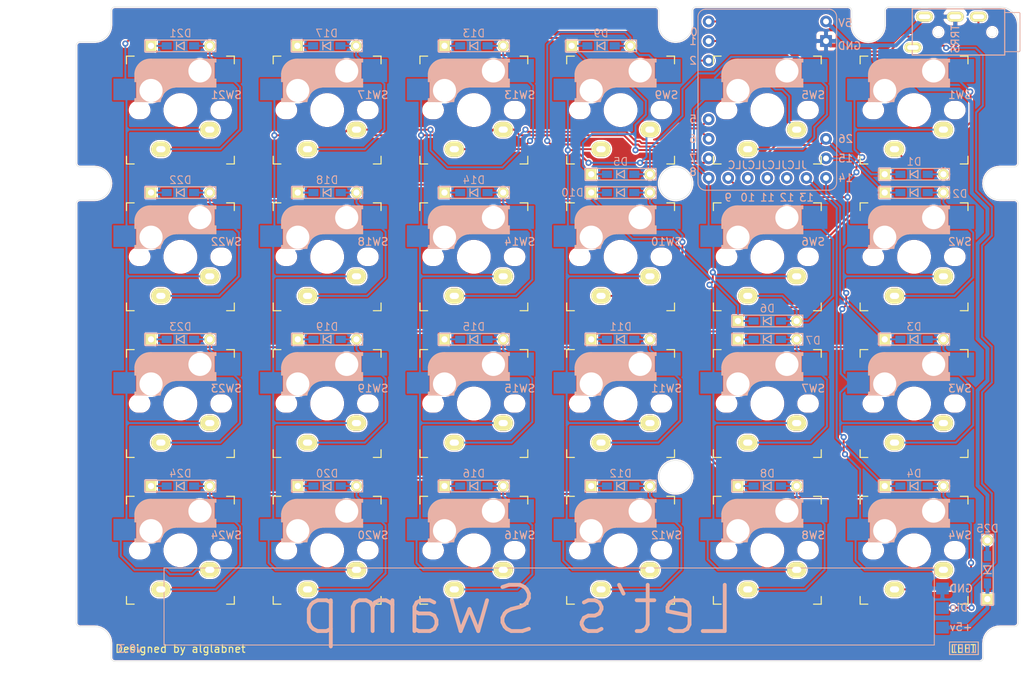
<source format=kicad_pcb>
(kicad_pcb (version 20171130) (host pcbnew "(5.1.12)-1")
  (layers (0 F.Cu signal) (31 B.Cu signal) (34 B.Paste user) (35 F.Paste user) (36 B.SilkS user) (37 F.SilkS user) (38 B.Mask user) (39 F.Mask user) (44 Edge.Cuts user))
  (net 0 "")
  (net 1 "Net-(D1-Pad2)")
  (net 2 ROW0)
  (net 3 "Net-(D2-Pad2)")
  (net 4 ROW1)
  (net 5 "Net-(D3-Pad2)")
  (net 6 ROW2)
  (net 7 "Net-(D4-Pad2)")
  (net 8 ROW3)
  (net 9 "Net-(D5-Pad2)")
  (net 10 "Net-(D6-Pad2)")
  (net 11 "Net-(D7-Pad2)")
  (net 12 "Net-(D8-Pad2)")
  (net 13 "Net-(D9-Pad2)")
  (net 14 "Net-(D10-Pad2)")
  (net 15 "Net-(D11-Pad2)")
  (net 16 "Net-(D12-Pad2)")
  (net 17 "Net-(D13-Pad2)")
  (net 18 "Net-(D14-Pad2)")
  (net 19 "Net-(D15-Pad2)")
  (net 20 "Net-(D16-Pad2)")
  (net 21 "Net-(D17-Pad2)")
  (net 22 "Net-(D18-Pad2)")
  (net 23 "Net-(D19-Pad2)")
  (net 24 "Net-(D20-Pad2)")
  (net 25 "Net-(D21-Pad2)")
  (net 26 "Net-(D22-Pad2)")
  (net 27 "Net-(D23-Pad2)")
  (net 28 "Net-(D24-Pad2)")
  (net 29 GND)
  (net 30 DATA)
  (net 31 "Net-(J1-PadA)")
  (net 32 VCC)
  (net 33 LED)
  (net 34 COL0)
  (net 35 COL1)
  (net 36 COL2)
  (net 37 COL3)
  (net 38 COL4)
  (net 39 COL5)
  (net 40 "Net-(U1-Pad11)")
  (net 41 "Net-(U1-Pad12)")
  (net 42 "Net-(U1-Pad13)")
  (net 43 "Net-(D25-Pad1)")
  (module footprints:LED_Tape (layer B.Cu) (at 98.821958 64.616007 270)
    (fp_text reference J2 hide)
    (fp_text value Conn_01x03 hide)
    (fp_text user GND (at -2.501108 -2.52991 180) (layer B.SilkS) (effects (justify mirror)))
    (fp_text user Din (at -0.024655 -2.232254 180) (layer B.SilkS) (effects (justify mirror)))
    (fp_text user +5v (at 2.501108 -2.52991 180) (layer B.SilkS) (effects (justify mirror)))
    (pad 1 smd rect (at -2.501108 -0.110277 180) (size 1.651 1.524) (layers B.Cu B.Paste B.Mask) (net 29 GND))
    (pad 2 smd rect (at 0.038892 -0.110277 180) (size 1.651 1.524) (layers B.Cu B.Paste B.Mask) (net 33 LED))
    (pad 3 smd rect (at 2.578892 -0.110277 180) (size 1.651 1.524) (layers B.Cu B.Paste B.Mask) (net 43 "Net-(D25-Pad1)"))
  )
  (module footprints:Diode_TH_SMD (layer F.Cu) (at 57.15 10.715624)
    (fp_text reference D10 (at -6.250824 -0.000008) (layer B.SilkS) (effects (font (thickness 0.125)) (justify mirror)))
    (fp_text value D hide)
    (pad 2 smd rect (at 1.775 0) (size 1.3 0.95) (layers B.Cu B.Paste B.Mask) (net 14 "Net-(D10-Pad2)"))
    (pad 1 smd rect (at -1.775 0) (size 1.3 0.95) (layers B.Cu B.Paste B.Mask) (net 4 ROW1))
    (pad 1 thru_hole rect (at -3.81 0) (size 1.397 1.397) (drill 0.8128) (layers *.Cu *.Mask F.SilkS) (net 4 ROW1))
    (pad 2 thru_hole circle (at 3.81 0) (size 1.397 1.397) (drill 0.8128) (layers *.Cu *.Mask F.SilkS) (net 14 "Net-(D10-Pad2)"))
  )
  (module footprints:Diode_TH_SMD (layer F.Cu) (at 54.61 -8.334376)
    (fp_text reference D9 (at 0 -1.63) (layer B.SilkS) (effects (font (thickness 0.125)) (justify mirror)))
    (fp_text value D hide)
    (pad 2 smd rect (at 1.775 0) (size 1.3 0.95) (layers B.Cu B.Paste B.Mask) (net 13 "Net-(D9-Pad2)"))
    (pad 1 smd rect (at -1.775 0) (size 1.3 0.95) (layers B.Cu B.Paste B.Mask) (net 2 ROW0))
    (pad 1 thru_hole rect (at -3.81 0) (size 1.397 1.397) (drill 0.8128) (layers *.Cu *.Mask F.SilkS) (net 2 ROW0))
    (pad 2 thru_hole circle (at 3.81 0) (size 1.397 1.397) (drill 0.8128) (layers *.Cu *.Mask F.SilkS) (net 13 "Net-(D9-Pad2)"))
  )
  (module footprints:Diode_TH_SMD (layer F.Cu) (at 76.2 48.815624)
    (fp_text reference D8 (at 0 -1.63) (layer B.SilkS) (effects (font (thickness 0.125)) (justify mirror)))
    (fp_text value D hide)
    (pad 2 smd rect (at 1.775 0) (size 1.3 0.95) (layers B.Cu B.Paste B.Mask) (net 12 "Net-(D8-Pad2)"))
    (pad 1 smd rect (at -1.775 0) (size 1.3 0.95) (layers B.Cu B.Paste B.Mask) (net 8 ROW3))
    (pad 1 thru_hole rect (at -3.81 0) (size 1.397 1.397) (drill 0.8128) (layers *.Cu *.Mask F.SilkS) (net 8 ROW3))
    (pad 2 thru_hole circle (at 3.81 0) (size 1.397 1.397) (drill 0.8128) (layers *.Cu *.Mask F.SilkS) (net 12 "Net-(D8-Pad2)"))
  )
  (module footprints:Diode_TH_SMD (layer F.Cu) (at 76.2 29.765624)
    (fp_text reference D7 (at 5.953125 0.155938) (layer B.SilkS) (effects (font (thickness 0.125)) (justify mirror)))
    (fp_text value D hide)
    (pad 2 smd rect (at 1.775 0) (size 1.3 0.95) (layers B.Cu B.Paste B.Mask) (net 11 "Net-(D7-Pad2)"))
    (pad 1 smd rect (at -1.775 0) (size 1.3 0.95) (layers B.Cu B.Paste B.Mask) (net 6 ROW2))
    (pad 1 thru_hole rect (at -3.81 0) (size 1.397 1.397) (drill 0.8128) (layers *.Cu *.Mask F.SilkS) (net 6 ROW2))
    (pad 2 thru_hole circle (at 3.81 0) (size 1.397 1.397) (drill 0.8128) (layers *.Cu *.Mask F.SilkS) (net 11 "Net-(D7-Pad2)"))
  )
  (module footprints:Diode_TH_SMD (layer F.Cu) (at 76.2 27.384376)
    (fp_text reference D6 (at 0 -1.63) (layer B.SilkS) (effects (font (thickness 0.125)) (justify mirror)))
    (fp_text value D hide)
    (pad 2 smd rect (at 1.775 0) (size 1.3 0.95) (layers B.Cu B.Paste B.Mask) (net 10 "Net-(D6-Pad2)"))
    (pad 1 smd rect (at -1.775 0) (size 1.3 0.95) (layers B.Cu B.Paste B.Mask) (net 4 ROW1))
    (pad 1 thru_hole rect (at -3.81 0) (size 1.397 1.397) (drill 0.8128) (layers *.Cu *.Mask F.SilkS) (net 4 ROW1))
    (pad 2 thru_hole circle (at 3.81 0) (size 1.397 1.397) (drill 0.8128) (layers *.Cu *.Mask F.SilkS) (net 10 "Net-(D6-Pad2)"))
  )
  (module footprints:Diode_TH_SMD (layer F.Cu) (at 57.149952 8.334376)
    (fp_text reference D5 (at 0.000048 -1.63) (layer B.SilkS) (effects (font (thickness 0.125)) (justify mirror)))
    (fp_text value D hide)
    (pad 2 smd rect (at 1.775 0) (size 1.3 0.95) (layers B.Cu B.Paste B.Mask) (net 9 "Net-(D5-Pad2)"))
    (pad 1 smd rect (at -1.775 0) (size 1.3 0.95) (layers B.Cu B.Paste B.Mask) (net 2 ROW0))
    (pad 1 thru_hole rect (at -3.81 0) (size 1.397 1.397) (drill 0.8128) (layers *.Cu *.Mask F.SilkS) (net 2 ROW0))
    (pad 2 thru_hole circle (at 3.81 0) (size 1.397 1.397) (drill 0.8128) (layers *.Cu *.Mask F.SilkS) (net 9 "Net-(D5-Pad2)"))
  )
  (module footprints:Diode_TH_SMD (layer F.Cu) (at 95.25 48.815624)
    (fp_text reference D4 (at 0 -1.63) (layer B.SilkS) (effects (font (thickness 0.125)) (justify mirror)))
    (fp_text value D hide)
    (pad 2 smd rect (at 1.775 0) (size 1.3 0.95) (layers B.Cu B.Paste B.Mask) (net 7 "Net-(D4-Pad2)"))
    (pad 1 smd rect (at -1.775 0) (size 1.3 0.95) (layers B.Cu B.Paste B.Mask) (net 8 ROW3))
    (pad 1 thru_hole rect (at -3.81 0) (size 1.397 1.397) (drill 0.8128) (layers *.Cu *.Mask F.SilkS) (net 8 ROW3))
    (pad 2 thru_hole circle (at 3.81 0) (size 1.397 1.397) (drill 0.8128) (layers *.Cu *.Mask F.SilkS) (net 7 "Net-(D4-Pad2)"))
  )
  (module footprints:Diode_TH_SMD (layer F.Cu) (at 95.25 29.765624)
    (fp_text reference D3 (at 0 -1.63) (layer B.SilkS) (effects (font (thickness 0.125)) (justify mirror)))
    (fp_text value D hide)
    (pad 2 smd rect (at 1.775 0) (size 1.3 0.95) (layers B.Cu B.Paste B.Mask) (net 5 "Net-(D3-Pad2)"))
    (pad 1 smd rect (at -1.775 0) (size 1.3 0.95) (layers B.Cu B.Paste B.Mask) (net 6 ROW2))
    (pad 1 thru_hole rect (at -3.81 0) (size 1.397 1.397) (drill 0.8128) (layers *.Cu *.Mask F.SilkS) (net 6 ROW2))
    (pad 2 thru_hole circle (at 3.81 0) (size 1.397 1.397) (drill 0.8128) (layers *.Cu *.Mask F.SilkS) (net 5 "Net-(D3-Pad2)"))
  )
  (module footprints:Diode_TH_SMD (layer F.Cu) (at 95.25 10.715624)
    (fp_text reference D2 (at 5.953125 0.155938) (layer B.SilkS) (effects (font (thickness 0.125)) (justify mirror)))
    (fp_text value D hide)
    (pad 2 smd rect (at 1.775 0) (size 1.3 0.95) (layers B.Cu B.Paste B.Mask) (net 3 "Net-(D2-Pad2)"))
    (pad 1 smd rect (at -1.775 0) (size 1.3 0.95) (layers B.Cu B.Paste B.Mask) (net 4 ROW1))
    (pad 1 thru_hole rect (at -3.81 0) (size 1.397 1.397) (drill 0.8128) (layers *.Cu *.Mask F.SilkS) (net 4 ROW1))
    (pad 2 thru_hole circle (at 3.81 0) (size 1.397 1.397) (drill 0.8128) (layers *.Cu *.Mask F.SilkS) (net 3 "Net-(D2-Pad2)"))
  )
  (module footprints:Diode_TH_SMD (layer F.Cu) (at 95.25 8.334376)
    (fp_text reference D1 (at 0 -1.63) (layer B.SilkS) (effects (font (thickness 0.125)) (justify mirror)))
    (fp_text value D hide)
    (pad 2 smd rect (at 1.775 0) (size 1.3 0.95) (layers B.Cu B.Paste B.Mask) (net 1 "Net-(D1-Pad2)"))
    (pad 1 smd rect (at -1.775 0) (size 1.3 0.95) (layers B.Cu B.Paste B.Mask) (net 2 ROW0))
    (pad 1 thru_hole rect (at -3.81 0) (size 1.397 1.397) (drill 0.8128) (layers *.Cu *.Mask F.SilkS) (net 2 ROW0))
    (pad 2 thru_hole circle (at 3.81 0) (size 1.397 1.397) (drill 0.8128) (layers *.Cu *.Mask F.SilkS) (net 1 "Net-(D1-Pad2)"))
  )
  (module footprints:Diode_TH_SMD (layer F.Cu) (at 104.774912 59.680028 90)
    (fp_text reference D25 (at 5.357808 0 180) (layer B.SilkS) (effects (font (thickness 0.125)) (justify mirror)))
    (fp_text value D hide)
    (pad 2 smd rect (at 1.775 0 90) (size 1.3 0.95) (layers B.Cu B.Paste B.Mask) (net 32 VCC))
    (pad 1 smd rect (at -1.775 0 90) (size 1.3 0.95) (layers B.Cu B.Paste B.Mask) (net 43 "Net-(D25-Pad1)"))
    (pad 1 thru_hole rect (at -3.81 0 90) (size 1.397 1.397) (drill 0.8128) (layers *.Cu *.Mask F.SilkS) (net 43 "Net-(D25-Pad1)"))
    (pad 2 thru_hole circle (at 3.81 0 90) (size 1.397 1.397) (drill 0.8128) (layers *.Cu *.Mask F.SilkS) (net 32 VCC))
  )
  (module footprints:Diode_TH_SMD (layer F.Cu) (at 0 48.815624)
    (fp_text reference D24 (at 0 -1.63) (layer B.SilkS) (effects (font (thickness 0.125)) (justify mirror)))
    (fp_text value D hide)
    (pad 2 smd rect (at 1.775 0) (size 1.3 0.95) (layers B.Cu B.Paste B.Mask) (net 28 "Net-(D24-Pad2)"))
    (pad 1 smd rect (at -1.775 0) (size 1.3 0.95) (layers B.Cu B.Paste B.Mask) (net 8 ROW3))
    (pad 1 thru_hole rect (at -3.81 0) (size 1.397 1.397) (drill 0.8128) (layers *.Cu *.Mask F.SilkS) (net 8 ROW3))
    (pad 2 thru_hole circle (at 3.81 0) (size 1.397 1.397) (drill 0.8128) (layers *.Cu *.Mask F.SilkS) (net 28 "Net-(D24-Pad2)"))
  )
  (module footprints:Diode_TH_SMD (layer F.Cu) (at 0 29.765624)
    (fp_text reference D23 (at 0 -1.63) (layer B.SilkS) (effects (font (thickness 0.125)) (justify mirror)))
    (fp_text value D hide)
    (pad 2 smd rect (at 1.775 0) (size 1.3 0.95) (layers B.Cu B.Paste B.Mask) (net 27 "Net-(D23-Pad2)"))
    (pad 1 smd rect (at -1.775 0) (size 1.3 0.95) (layers B.Cu B.Paste B.Mask) (net 6 ROW2))
    (pad 1 thru_hole rect (at -3.81 0) (size 1.397 1.397) (drill 0.8128) (layers *.Cu *.Mask F.SilkS) (net 6 ROW2))
    (pad 2 thru_hole circle (at 3.81 0) (size 1.397 1.397) (drill 0.8128) (layers *.Cu *.Mask F.SilkS) (net 27 "Net-(D23-Pad2)"))
  )
  (module footprints:Diode_TH_SMD (layer F.Cu) (at 0 10.715624)
    (fp_text reference D22 (at 0 -1.63) (layer B.SilkS) (effects (font (thickness 0.125)) (justify mirror)))
    (fp_text value D hide)
    (pad 2 smd rect (at 1.775 0) (size 1.3 0.95) (layers B.Cu B.Paste B.Mask) (net 26 "Net-(D22-Pad2)"))
    (pad 1 smd rect (at -1.775 0) (size 1.3 0.95) (layers B.Cu B.Paste B.Mask) (net 4 ROW1))
    (pad 1 thru_hole rect (at -3.81 0) (size 1.397 1.397) (drill 0.8128) (layers *.Cu *.Mask F.SilkS) (net 4 ROW1))
    (pad 2 thru_hole circle (at 3.81 0) (size 1.397 1.397) (drill 0.8128) (layers *.Cu *.Mask F.SilkS) (net 26 "Net-(D22-Pad2)"))
  )
  (module footprints:Diode_TH_SMD (layer F.Cu) (at 0 -8.334376)
    (fp_text reference D21 (at 0 -1.63) (layer B.SilkS) (effects (font (thickness 0.125)) (justify mirror)))
    (fp_text value D hide)
    (pad 2 smd rect (at 1.775 0) (size 1.3 0.95) (layers B.Cu B.Paste B.Mask) (net 25 "Net-(D21-Pad2)"))
    (pad 1 smd rect (at -1.775 0) (size 1.3 0.95) (layers B.Cu B.Paste B.Mask) (net 2 ROW0))
    (pad 1 thru_hole rect (at -3.81 0) (size 1.397 1.397) (drill 0.8128) (layers *.Cu *.Mask F.SilkS) (net 2 ROW0))
    (pad 2 thru_hole circle (at 3.81 0) (size 1.397 1.397) (drill 0.8128) (layers *.Cu *.Mask F.SilkS) (net 25 "Net-(D21-Pad2)"))
  )
  (module footprints:Diode_TH_SMD (layer F.Cu) (at 19.05 48.815624)
    (fp_text reference D20 (at 0 -1.63) (layer B.SilkS) (effects (font (thickness 0.125)) (justify mirror)))
    (fp_text value D hide)
    (pad 2 smd rect (at 1.775 0) (size 1.3 0.95) (layers B.Cu B.Paste B.Mask) (net 24 "Net-(D20-Pad2)"))
    (pad 1 smd rect (at -1.775 0) (size 1.3 0.95) (layers B.Cu B.Paste B.Mask) (net 8 ROW3))
    (pad 1 thru_hole rect (at -3.81 0) (size 1.397 1.397) (drill 0.8128) (layers *.Cu *.Mask F.SilkS) (net 8 ROW3))
    (pad 2 thru_hole circle (at 3.81 0) (size 1.397 1.397) (drill 0.8128) (layers *.Cu *.Mask F.SilkS) (net 24 "Net-(D20-Pad2)"))
  )
  (module footprints:Diode_TH_SMD (layer F.Cu) (at 19.05 29.765624)
    (fp_text reference D19 (at 0 -1.63) (layer B.SilkS) (effects (font (thickness 0.125)) (justify mirror)))
    (fp_text value D hide)
    (pad 2 smd rect (at 1.775 0) (size 1.3 0.95) (layers B.Cu B.Paste B.Mask) (net 23 "Net-(D19-Pad2)"))
    (pad 1 smd rect (at -1.775 0) (size 1.3 0.95) (layers B.Cu B.Paste B.Mask) (net 6 ROW2))
    (pad 1 thru_hole rect (at -3.81 0) (size 1.397 1.397) (drill 0.8128) (layers *.Cu *.Mask F.SilkS) (net 6 ROW2))
    (pad 2 thru_hole circle (at 3.81 0) (size 1.397 1.397) (drill 0.8128) (layers *.Cu *.Mask F.SilkS) (net 23 "Net-(D19-Pad2)"))
  )
  (module footprints:Diode_TH_SMD (layer F.Cu) (at 19.05 10.715624)
    (fp_text reference D18 (at 0 -1.63) (layer B.SilkS) (effects (font (thickness 0.125)) (justify mirror)))
    (fp_text value D hide)
    (pad 2 smd rect (at 1.775 0) (size 1.3 0.95) (layers B.Cu B.Paste B.Mask) (net 22 "Net-(D18-Pad2)"))
    (pad 1 smd rect (at -1.775 0) (size 1.3 0.95) (layers B.Cu B.Paste B.Mask) (net 4 ROW1))
    (pad 1 thru_hole rect (at -3.81 0) (size 1.397 1.397) (drill 0.8128) (layers *.Cu *.Mask F.SilkS) (net 4 ROW1))
    (pad 2 thru_hole circle (at 3.81 0) (size 1.397 1.397) (drill 0.8128) (layers *.Cu *.Mask F.SilkS) (net 22 "Net-(D18-Pad2)"))
  )
  (module footprints:Diode_TH_SMD (layer F.Cu) (at 19 -8.334376)
    (fp_text reference D17 (at 0 -1.63) (layer B.SilkS) (effects (font (thickness 0.125)) (justify mirror)))
    (fp_text value D hide)
    (pad 2 smd rect (at 1.775 0) (size 1.3 0.95) (layers B.Cu B.Paste B.Mask) (net 21 "Net-(D17-Pad2)"))
    (pad 1 smd rect (at -1.775 0) (size 1.3 0.95) (layers B.Cu B.Paste B.Mask) (net 2 ROW0))
    (pad 1 thru_hole rect (at -3.81 0) (size 1.397 1.397) (drill 0.8128) (layers *.Cu *.Mask F.SilkS) (net 2 ROW0))
    (pad 2 thru_hole circle (at 3.81 0) (size 1.397 1.397) (drill 0.8128) (layers *.Cu *.Mask F.SilkS) (net 21 "Net-(D17-Pad2)"))
  )
  (module footprints:Diode_TH_SMD (layer F.Cu) (at 38.1 48.815624)
    (fp_text reference D16 (at 0 -1.63) (layer B.SilkS) (effects (font (thickness 0.125)) (justify mirror)))
    (fp_text value D hide)
    (pad 2 smd rect (at 1.775 0) (size 1.3 0.95) (layers B.Cu B.Paste B.Mask) (net 20 "Net-(D16-Pad2)"))
    (pad 1 smd rect (at -1.775 0) (size 1.3 0.95) (layers B.Cu B.Paste B.Mask) (net 8 ROW3))
    (pad 1 thru_hole rect (at -3.81 0) (size 1.397 1.397) (drill 0.8128) (layers *.Cu *.Mask F.SilkS) (net 8 ROW3))
    (pad 2 thru_hole circle (at 3.81 0) (size 1.397 1.397) (drill 0.8128) (layers *.Cu *.Mask F.SilkS) (net 20 "Net-(D16-Pad2)"))
  )
  (module footprints:Diode_TH_SMD (layer F.Cu) (at 38.1 29.765624)
    (fp_text reference D15 (at 0 -1.63) (layer B.SilkS) (effects (font (thickness 0.125)) (justify mirror)))
    (fp_text value D hide)
    (pad 2 smd rect (at 1.775 0) (size 1.3 0.95) (layers B.Cu B.Paste B.Mask) (net 19 "Net-(D15-Pad2)"))
    (pad 1 smd rect (at -1.775 0) (size 1.3 0.95) (layers B.Cu B.Paste B.Mask) (net 6 ROW2))
    (pad 1 thru_hole rect (at -3.81 0) (size 1.397 1.397) (drill 0.8128) (layers *.Cu *.Mask F.SilkS) (net 6 ROW2))
    (pad 2 thru_hole circle (at 3.81 0) (size 1.397 1.397) (drill 0.8128) (layers *.Cu *.Mask F.SilkS) (net 19 "Net-(D15-Pad2)"))
  )
  (module footprints:Diode_TH_SMD (layer F.Cu) (at 38.1 10.715624)
    (fp_text reference D14 (at 0 -1.63) (layer B.SilkS) (effects (font (thickness 0.125)) (justify mirror)))
    (fp_text value D hide)
    (pad 2 smd rect (at 1.775 0) (size 1.3 0.95) (layers B.Cu B.Paste B.Mask) (net 18 "Net-(D14-Pad2)"))
    (pad 1 smd rect (at -1.775 0) (size 1.3 0.95) (layers B.Cu B.Paste B.Mask) (net 4 ROW1))
    (pad 1 thru_hole rect (at -3.81 0) (size 1.397 1.397) (drill 0.8128) (layers *.Cu *.Mask F.SilkS) (net 4 ROW1))
    (pad 2 thru_hole circle (at 3.81 0) (size 1.397 1.397) (drill 0.8128) (layers *.Cu *.Mask F.SilkS) (net 18 "Net-(D14-Pad2)"))
  )
  (module footprints:Diode_TH_SMD (layer F.Cu) (at 38.1 -8.334376)
    (fp_text reference D13 (at 0 -1.63) (layer B.SilkS) (effects (font (thickness 0.125)) (justify mirror)))
    (fp_text value D hide)
    (pad 2 smd rect (at 1.775 0) (size 1.3 0.95) (layers B.Cu B.Paste B.Mask) (net 17 "Net-(D13-Pad2)"))
    (pad 1 smd rect (at -1.775 0) (size 1.3 0.95) (layers B.Cu B.Paste B.Mask) (net 2 ROW0))
    (pad 1 thru_hole rect (at -3.81 0) (size 1.397 1.397) (drill 0.8128) (layers *.Cu *.Mask F.SilkS) (net 2 ROW0))
    (pad 2 thru_hole circle (at 3.81 0) (size 1.397 1.397) (drill 0.8128) (layers *.Cu *.Mask F.SilkS) (net 17 "Net-(D13-Pad2)"))
  )
  (module footprints:Diode_TH_SMD (layer F.Cu) (at 57.15 48.815624)
    (fp_text reference D12 (at 0 -1.63) (layer B.SilkS) (effects (font (thickness 0.125)) (justify mirror)))
    (fp_text value D hide)
    (pad 2 smd rect (at 1.775 0) (size 1.3 0.95) (layers B.Cu B.Paste B.Mask) (net 16 "Net-(D12-Pad2)"))
    (pad 1 smd rect (at -1.775 0) (size 1.3 0.95) (layers B.Cu B.Paste B.Mask) (net 8 ROW3))
    (pad 1 thru_hole rect (at -3.81 0) (size 1.397 1.397) (drill 0.8128) (layers *.Cu *.Mask F.SilkS) (net 8 ROW3))
    (pad 2 thru_hole circle (at 3.81 0) (size 1.397 1.397) (drill 0.8128) (layers *.Cu *.Mask F.SilkS) (net 16 "Net-(D12-Pad2)"))
  )
  (module footprints:Diode_TH_SMD (layer F.Cu) (at 57.15 29.765624)
    (fp_text reference D11 (at 0 -1.63) (layer B.SilkS) (effects (font (thickness 0.125)) (justify mirror)))
    (fp_text value D hide)
    (pad 2 smd rect (at 1.775 0) (size 1.3 0.95) (layers B.Cu B.Paste B.Mask) (net 15 "Net-(D11-Pad2)"))
    (pad 1 smd rect (at -1.775 0) (size 1.3 0.95) (layers B.Cu B.Paste B.Mask) (net 6 ROW2))
    (pad 1 thru_hole rect (at -3.81 0) (size 1.397 1.397) (drill 0.8128) (layers *.Cu *.Mask F.SilkS) (net 6 ROW2))
    (pad 2 thru_hole circle (at 3.81 0) (size 1.397 1.397) (drill 0.8128) (layers *.Cu *.Mask F.SilkS) (net 15 "Net-(D11-Pad2)"))
  )
  (module footprints:TRRS_MJ-4PP-9 (layer F.Cu) (at 100.905384 -10.120304 270)
    (fp_text reference J1)
    (fp_text value MJ-4PP-9 hide)
    (fp_text user TRRS (at 0.90575 0.3 90) (layer B.SilkS) (effects (justify mirror)))
    (pad "" np_thru_hole circle (at 0 2.5 270) (size 1.21 1.21) (drill 1.2) (layers *.Cu *.Mask F.SilkS))
    (pad "" np_thru_hole circle (at 0 -4.5 270) (size 1.21 1.21) (drill 1.2) (layers *.Cu *.Mask F.SilkS))
    (pad D thru_hole oval (at -2 4.3 270) (size 1.3 2.2) (drill oval 0.6 1.5) (layers *.Cu *.Mask F.SilkS) (net 32 VCC) (clearance 0.15))
    (pad A thru_hole oval (at 2 5.8 270) (size 1.3 2.2) (drill oval 0.6 1.5) (layers *.Cu *.Mask F.SilkS) (net 31 "Net-(J1-PadA)") (clearance 0.15))
    (pad B thru_hole oval (at -2 -2.7 270) (size 1.3 2.2) (drill oval 0.6 1.5) (layers *.Cu *.Mask F.SilkS) (net 30 DATA))
    (pad C thru_hole oval (at -2 0.3 270) (size 1.3 2.2) (drill oval 0.6 1.5) (layers *.Cu *.Mask F.SilkS) (net 29 GND))
  )
  (module footprints:CherryMX_HotswapAndSolder_1u (layer F.Cu) (at 95.25 0)
    (fp_text reference SW1 (at 5.953125 -1.953125) (layer B.SilkS) (effects (justify mirror)))
    (fp_text value SW_Push hide)
    (pad 1 smd rect (at -6.8 -2.68 180) (size 2.9 2.8) (drill (offset 0.45 0)) (layers B.Cu B.Paste B.Mask) (net 34 COL0))
    (pad "" np_thru_hole circle (at -3.81 -2.54 180) (size 3 3) (drill 3) (layers *.Cu *.Mask))
    (pad "" np_thru_hole circle (at 2.54 -5.08 180) (size 3 3) (drill 3) (layers *.Cu *.Mask))
    (pad "" np_thru_hole oval (at 5.29 0) (size 2.42 2) (drill oval 2.42 2) (layers *.Cu *.Mask))
    (pad "" np_thru_hole oval (at -5.29 0) (size 2.42 2) (drill oval 2.42 2) (layers *.Cu *.Mask))
    (pad 2 smd rect (at 5.7 -5.12 180) (size 3.3 3) (drill (offset -0.45 0)) (layers B.Cu B.Paste B.Mask) (net 1 "Net-(D1-Pad2)"))
    (pad "" np_thru_hole circle (at 0 0 90) (size 4 4) (drill 4) (layers *.Cu *.Mask))
    (pad 1 thru_hole oval (at 3.81 2.54) (size 2.5 2) (drill oval 1.2 0.8) (layers *.Cu F.SilkS B.Mask) (net 34 COL0))
    (pad 2 thru_hole oval (at -2.54 5.08) (size 2.5 2) (drill oval 1.2 0.8) (layers *.Cu F.SilkS B.Mask) (net 1 "Net-(D1-Pad2)"))
  )
  (module footprints:CherryMX_HotswapAndSolder_1u (layer F.Cu) (at 95.25 57.15)
    (fp_text reference SW4 (at 5.953125 -1.953125) (layer B.SilkS) (effects (justify mirror)))
    (fp_text value SW_Push hide)
    (pad 1 smd rect (at -6.8 -2.68 180) (size 2.9 2.8) (drill (offset 0.45 0)) (layers B.Cu B.Paste B.Mask) (net 34 COL0))
    (pad "" np_thru_hole circle (at -3.81 -2.54 180) (size 3 3) (drill 3) (layers *.Cu *.Mask))
    (pad "" np_thru_hole circle (at 2.54 -5.08 180) (size 3 3) (drill 3) (layers *.Cu *.Mask))
    (pad "" np_thru_hole oval (at 5.29 0) (size 2.42 2) (drill oval 2.42 2) (layers *.Cu *.Mask))
    (pad "" np_thru_hole oval (at -5.29 0) (size 2.42 2) (drill oval 2.42 2) (layers *.Cu *.Mask))
    (pad 2 smd rect (at 5.7 -5.12 180) (size 3.3 3) (drill (offset -0.45 0)) (layers B.Cu B.Paste B.Mask) (net 7 "Net-(D4-Pad2)"))
    (pad "" np_thru_hole circle (at 0 0 90) (size 4 4) (drill 4) (layers *.Cu *.Mask))
    (pad 1 thru_hole oval (at 3.81 2.54) (size 2.5 2) (drill oval 1.2 0.8) (layers *.Cu F.SilkS B.Mask) (net 34 COL0))
    (pad 2 thru_hole oval (at -2.54 5.08) (size 2.5 2) (drill oval 1.2 0.8) (layers *.Cu F.SilkS B.Mask) (net 7 "Net-(D4-Pad2)"))
  )
  (module footprints:CherryMX_HotswapAndSolder_1u (layer F.Cu) (at 76.2 57.15)
    (fp_text reference SW8 (at 5.953125 -1.953125) (layer B.SilkS) (effects (justify mirror)))
    (fp_text value SW_Push hide)
    (pad 1 smd rect (at -6.8 -2.68 180) (size 2.9 2.8) (drill (offset 0.45 0)) (layers B.Cu B.Paste B.Mask) (net 35 COL1))
    (pad "" np_thru_hole circle (at -3.81 -2.54 180) (size 3 3) (drill 3) (layers *.Cu *.Mask))
    (pad "" np_thru_hole circle (at 2.54 -5.08 180) (size 3 3) (drill 3) (layers *.Cu *.Mask))
    (pad "" np_thru_hole oval (at 5.29 0) (size 2.42 2) (drill oval 2.42 2) (layers *.Cu *.Mask))
    (pad "" np_thru_hole oval (at -5.29 0) (size 2.42 2) (drill oval 2.42 2) (layers *.Cu *.Mask))
    (pad 2 smd rect (at 5.7 -5.12 180) (size 3.3 3) (drill (offset -0.45 0)) (layers B.Cu B.Paste B.Mask) (net 12 "Net-(D8-Pad2)"))
    (pad "" np_thru_hole circle (at 0 0 90) (size 4 4) (drill 4) (layers *.Cu *.Mask))
    (pad 1 thru_hole oval (at 3.81 2.54) (size 2.5 2) (drill oval 1.2 0.8) (layers *.Cu F.SilkS B.Mask) (net 35 COL1))
    (pad 2 thru_hole oval (at -2.54 5.08) (size 2.5 2) (drill oval 1.2 0.8) (layers *.Cu F.SilkS B.Mask) (net 12 "Net-(D8-Pad2)"))
  )
  (module footprints:CherryMX_HotswapAndSolder_1u (layer F.Cu) (at 57.15 57.15)
    (fp_text reference SW12 (at 5.953125 -1.953125) (layer B.SilkS) (effects (justify mirror)))
    (fp_text value SW_Push hide)
    (pad 1 smd rect (at -6.8 -2.68 180) (size 2.9 2.8) (drill (offset 0.45 0)) (layers B.Cu B.Paste B.Mask) (net 36 COL2))
    (pad "" np_thru_hole circle (at -3.81 -2.54 180) (size 3 3) (drill 3) (layers *.Cu *.Mask))
    (pad "" np_thru_hole circle (at 2.54 -5.08 180) (size 3 3) (drill 3) (layers *.Cu *.Mask))
    (pad "" np_thru_hole oval (at 5.29 0) (size 2.42 2) (drill oval 2.42 2) (layers *.Cu *.Mask))
    (pad "" np_thru_hole oval (at -5.29 0) (size 2.42 2) (drill oval 2.42 2) (layers *.Cu *.Mask))
    (pad 2 smd rect (at 5.7 -5.12 180) (size 3.3 3) (drill (offset -0.45 0)) (layers B.Cu B.Paste B.Mask) (net 16 "Net-(D12-Pad2)"))
    (pad "" np_thru_hole circle (at 0 0 90) (size 4 4) (drill 4) (layers *.Cu *.Mask))
    (pad 1 thru_hole oval (at 3.81 2.54) (size 2.5 2) (drill oval 1.2 0.8) (layers *.Cu F.SilkS B.Mask) (net 36 COL2))
    (pad 2 thru_hole oval (at -2.54 5.08) (size 2.5 2) (drill oval 1.2 0.8) (layers *.Cu F.SilkS B.Mask) (net 16 "Net-(D12-Pad2)"))
  )
  (module footprints:CherryMX_HotswapAndSolder_1u (layer F.Cu) (at 38.1 57.15)
    (fp_text reference SW16 (at 5.953125 -1.953125) (layer B.SilkS) (effects (justify mirror)))
    (fp_text value SW_Push hide)
    (pad 1 smd rect (at -6.8 -2.68 180) (size 2.9 2.8) (drill (offset 0.45 0)) (layers B.Cu B.Paste B.Mask) (net 37 COL3))
    (pad "" np_thru_hole circle (at -3.81 -2.54 180) (size 3 3) (drill 3) (layers *.Cu *.Mask))
    (pad "" np_thru_hole circle (at 2.54 -5.08 180) (size 3 3) (drill 3) (layers *.Cu *.Mask))
    (pad "" np_thru_hole oval (at 5.29 0) (size 2.42 2) (drill oval 2.42 2) (layers *.Cu *.Mask))
    (pad "" np_thru_hole oval (at -5.29 0) (size 2.42 2) (drill oval 2.42 2) (layers *.Cu *.Mask))
    (pad 2 smd rect (at 5.7 -5.12 180) (size 3.3 3) (drill (offset -0.45 0)) (layers B.Cu B.Paste B.Mask) (net 20 "Net-(D16-Pad2)"))
    (pad "" np_thru_hole circle (at 0 0 90) (size 4 4) (drill 4) (layers *.Cu *.Mask))
    (pad 1 thru_hole oval (at 3.81 2.54) (size 2.5 2) (drill oval 1.2 0.8) (layers *.Cu F.SilkS B.Mask) (net 37 COL3))
    (pad 2 thru_hole oval (at -2.54 5.08) (size 2.5 2) (drill oval 1.2 0.8) (layers *.Cu F.SilkS B.Mask) (net 20 "Net-(D16-Pad2)"))
  )
  (module footprints:CherryMX_HotswapAndSolder_1u (layer F.Cu) (at 19.05 57.15)
    (fp_text reference SW20 (at 5.953125 -1.953125) (layer B.SilkS) (effects (justify mirror)))
    (fp_text value SW_Push hide)
    (pad 1 smd rect (at -6.8 -2.68 180) (size 2.9 2.8) (drill (offset 0.45 0)) (layers B.Cu B.Paste B.Mask) (net 38 COL4))
    (pad "" np_thru_hole circle (at -3.81 -2.54 180) (size 3 3) (drill 3) (layers *.Cu *.Mask))
    (pad "" np_thru_hole circle (at 2.54 -5.08 180) (size 3 3) (drill 3) (layers *.Cu *.Mask))
    (pad "" np_thru_hole oval (at 5.29 0) (size 2.42 2) (drill oval 2.42 2) (layers *.Cu *.Mask))
    (pad "" np_thru_hole oval (at -5.29 0) (size 2.42 2) (drill oval 2.42 2) (layers *.Cu *.Mask))
    (pad 2 smd rect (at 5.7 -5.12 180) (size 3.3 3) (drill (offset -0.45 0)) (layers B.Cu B.Paste B.Mask) (net 24 "Net-(D20-Pad2)"))
    (pad "" np_thru_hole circle (at 0 0 90) (size 4 4) (drill 4) (layers *.Cu *.Mask))
    (pad 1 thru_hole oval (at 3.81 2.54) (size 2.5 2) (drill oval 1.2 0.8) (layers *.Cu F.SilkS B.Mask) (net 38 COL4))
    (pad 2 thru_hole oval (at -2.54 5.08) (size 2.5 2) (drill oval 1.2 0.8) (layers *.Cu F.SilkS B.Mask) (net 24 "Net-(D20-Pad2)"))
  )
  (module footprints:CherryMX_HotswapAndSolder_1u (layer F.Cu) (at 0 57.15)
    (fp_text reference SW24 (at 5.953125 -1.953125) (layer B.SilkS) (effects (justify mirror)))
    (fp_text value SW_Push hide)
    (pad 1 smd rect (at -6.8 -2.68 180) (size 2.9 2.8) (drill (offset 0.45 0)) (layers B.Cu B.Paste B.Mask) (net 39 COL5))
    (pad "" np_thru_hole circle (at -3.81 -2.54 180) (size 3 3) (drill 3) (layers *.Cu *.Mask))
    (pad "" np_thru_hole circle (at 2.54 -5.08 180) (size 3 3) (drill 3) (layers *.Cu *.Mask))
    (pad "" np_thru_hole oval (at 5.29 0) (size 2.42 2) (drill oval 2.42 2) (layers *.Cu *.Mask))
    (pad "" np_thru_hole oval (at -5.29 0) (size 2.42 2) (drill oval 2.42 2) (layers *.Cu *.Mask))
    (pad 2 smd rect (at 5.7 -5.12 180) (size 3.3 3) (drill (offset -0.45 0)) (layers B.Cu B.Paste B.Mask) (net 28 "Net-(D24-Pad2)"))
    (pad "" np_thru_hole circle (at 0 0 90) (size 4 4) (drill 4) (layers *.Cu *.Mask))
    (pad 1 thru_hole oval (at 3.81 2.54) (size 2.5 2) (drill oval 1.2 0.8) (layers *.Cu F.SilkS B.Mask) (net 39 COL5))
    (pad 2 thru_hole oval (at -2.54 5.08) (size 2.5 2) (drill oval 1.2 0.8) (layers *.Cu F.SilkS B.Mask) (net 28 "Net-(D24-Pad2)"))
  )
  (module footprints:CherryMX_HotswapAndSolder_1u (layer F.Cu) (at 95.25 38.1)
    (fp_text reference SW3 (at 5.953125 -1.953125) (layer B.SilkS) (effects (justify mirror)))
    (fp_text value SW_Push hide)
    (pad 1 smd rect (at -6.8 -2.68 180) (size 2.9 2.8) (drill (offset 0.45 0)) (layers B.Cu B.Paste B.Mask) (net 34 COL0))
    (pad "" np_thru_hole circle (at -3.81 -2.54 180) (size 3 3) (drill 3) (layers *.Cu *.Mask))
    (pad "" np_thru_hole circle (at 2.54 -5.08 180) (size 3 3) (drill 3) (layers *.Cu *.Mask))
    (pad "" np_thru_hole oval (at 5.29 0) (size 2.42 2) (drill oval 2.42 2) (layers *.Cu *.Mask))
    (pad "" np_thru_hole oval (at -5.29 0) (size 2.42 2) (drill oval 2.42 2) (layers *.Cu *.Mask))
    (pad 2 smd rect (at 5.7 -5.12 180) (size 3.3 3) (drill (offset -0.45 0)) (layers B.Cu B.Paste B.Mask) (net 5 "Net-(D3-Pad2)"))
    (pad "" np_thru_hole circle (at 0 0 90) (size 4 4) (drill 4) (layers *.Cu *.Mask))
    (pad 1 thru_hole oval (at 3.81 2.54) (size 2.5 2) (drill oval 1.2 0.8) (layers *.Cu F.SilkS B.Mask) (net 34 COL0))
    (pad 2 thru_hole oval (at -2.54 5.08) (size 2.5 2) (drill oval 1.2 0.8) (layers *.Cu F.SilkS B.Mask) (net 5 "Net-(D3-Pad2)"))
  )
  (module footprints:CherryMX_HotswapAndSolder_1u (layer F.Cu) (at 76.2 38.1)
    (fp_text reference SW7 (at 5.953125 -1.953125) (layer B.SilkS) (effects (justify mirror)))
    (fp_text value SW_Push hide)
    (pad 1 smd rect (at -6.8 -2.68 180) (size 2.9 2.8) (drill (offset 0.45 0)) (layers B.Cu B.Paste B.Mask) (net 35 COL1))
    (pad "" np_thru_hole circle (at -3.81 -2.54 180) (size 3 3) (drill 3) (layers *.Cu *.Mask))
    (pad "" np_thru_hole circle (at 2.54 -5.08 180) (size 3 3) (drill 3) (layers *.Cu *.Mask))
    (pad "" np_thru_hole oval (at 5.29 0) (size 2.42 2) (drill oval 2.42 2) (layers *.Cu *.Mask))
    (pad "" np_thru_hole oval (at -5.29 0) (size 2.42 2) (drill oval 2.42 2) (layers *.Cu *.Mask))
    (pad 2 smd rect (at 5.7 -5.12 180) (size 3.3 3) (drill (offset -0.45 0)) (layers B.Cu B.Paste B.Mask) (net 11 "Net-(D7-Pad2)"))
    (pad "" np_thru_hole circle (at 0 0 90) (size 4 4) (drill 4) (layers *.Cu *.Mask))
    (pad 1 thru_hole oval (at 3.81 2.54) (size 2.5 2) (drill oval 1.2 0.8) (layers *.Cu F.SilkS B.Mask) (net 35 COL1))
    (pad 2 thru_hole oval (at -2.54 5.08) (size 2.5 2) (drill oval 1.2 0.8) (layers *.Cu F.SilkS B.Mask) (net 11 "Net-(D7-Pad2)"))
  )
  (module footprints:CherryMX_HotswapAndSolder_1u (layer F.Cu) (at 57.15 38.1)
    (fp_text reference SW11 (at 5.953125 -1.953125) (layer B.SilkS) (effects (justify mirror)))
    (fp_text value SW_Push hide)
    (pad 1 smd rect (at -6.8 -2.68 180) (size 2.9 2.8) (drill (offset 0.45 0)) (layers B.Cu B.Paste B.Mask) (net 36 COL2))
    (pad "" np_thru_hole circle (at -3.81 -2.54 180) (size 3 3) (drill 3) (layers *.Cu *.Mask))
    (pad "" np_thru_hole circle (at 2.54 -5.08 180) (size 3 3) (drill 3) (layers *.Cu *.Mask))
    (pad "" np_thru_hole oval (at 5.29 0) (size 2.42 2) (drill oval 2.42 2) (layers *.Cu *.Mask))
    (pad "" np_thru_hole oval (at -5.29 0) (size 2.42 2) (drill oval 2.42 2) (layers *.Cu *.Mask))
    (pad 2 smd rect (at 5.7 -5.12 180) (size 3.3 3) (drill (offset -0.45 0)) (layers B.Cu B.Paste B.Mask) (net 15 "Net-(D11-Pad2)"))
    (pad "" np_thru_hole circle (at 0 0 90) (size 4 4) (drill 4) (layers *.Cu *.Mask))
    (pad 1 thru_hole oval (at 3.81 2.54) (size 2.5 2) (drill oval 1.2 0.8) (layers *.Cu F.SilkS B.Mask) (net 36 COL2))
    (pad 2 thru_hole oval (at -2.54 5.08) (size 2.5 2) (drill oval 1.2 0.8) (layers *.Cu F.SilkS B.Mask) (net 15 "Net-(D11-Pad2)"))
  )
  (module footprints:CherryMX_HotswapAndSolder_1u (layer F.Cu) (at 38.1 38.1)
    (fp_text reference SW15 (at 5.953125 -1.953125) (layer B.SilkS) (effects (justify mirror)))
    (fp_text value SW_Push hide)
    (pad 1 smd rect (at -6.8 -2.68 180) (size 2.9 2.8) (drill (offset 0.45 0)) (layers B.Cu B.Paste B.Mask) (net 37 COL3))
    (pad "" np_thru_hole circle (at -3.81 -2.54 180) (size 3 3) (drill 3) (layers *.Cu *.Mask))
    (pad "" np_thru_hole circle (at 2.54 -5.08 180) (size 3 3) (drill 3) (layers *.Cu *.Mask))
    (pad "" np_thru_hole oval (at 5.29 0) (size 2.42 2) (drill oval 2.42 2) (layers *.Cu *.Mask))
    (pad "" np_thru_hole oval (at -5.29 0) (size 2.42 2) (drill oval 2.42 2) (layers *.Cu *.Mask))
    (pad 2 smd rect (at 5.7 -5.12 180) (size 3.3 3) (drill (offset -0.45 0)) (layers B.Cu B.Paste B.Mask) (net 19 "Net-(D15-Pad2)"))
    (pad "" np_thru_hole circle (at 0 0 90) (size 4 4) (drill 4) (layers *.Cu *.Mask))
    (pad 1 thru_hole oval (at 3.81 2.54) (size 2.5 2) (drill oval 1.2 0.8) (layers *.Cu F.SilkS B.Mask) (net 37 COL3))
    (pad 2 thru_hole oval (at -2.54 5.08) (size 2.5 2) (drill oval 1.2 0.8) (layers *.Cu F.SilkS B.Mask) (net 19 "Net-(D15-Pad2)"))
  )
  (module footprints:CherryMX_HotswapAndSolder_1u (layer F.Cu) (at 19.05 38.1)
    (fp_text reference SW19 (at 5.953125 -1.953125) (layer B.SilkS) (effects (justify mirror)))
    (fp_text value SW_Push hide)
    (pad 1 smd rect (at -6.8 -2.68 180) (size 2.9 2.8) (drill (offset 0.45 0)) (layers B.Cu B.Paste B.Mask) (net 38 COL4))
    (pad "" np_thru_hole circle (at -3.81 -2.54 180) (size 3 3) (drill 3) (layers *.Cu *.Mask))
    (pad "" np_thru_hole circle (at 2.54 -5.08 180) (size 3 3) (drill 3) (layers *.Cu *.Mask))
    (pad "" np_thru_hole oval (at 5.29 0) (size 2.42 2) (drill oval 2.42 2) (layers *.Cu *.Mask))
    (pad "" np_thru_hole oval (at -5.29 0) (size 2.42 2) (drill oval 2.42 2) (layers *.Cu *.Mask))
    (pad 2 smd rect (at 5.7 -5.12 180) (size 3.3 3) (drill (offset -0.45 0)) (layers B.Cu B.Paste B.Mask) (net 23 "Net-(D19-Pad2)"))
    (pad "" np_thru_hole circle (at 0 0 90) (size 4 4) (drill 4) (layers *.Cu *.Mask))
    (pad 1 thru_hole oval (at 3.81 2.54) (size 2.5 2) (drill oval 1.2 0.8) (layers *.Cu F.SilkS B.Mask) (net 38 COL4))
    (pad 2 thru_hole oval (at -2.54 5.08) (size 2.5 2) (drill oval 1.2 0.8) (layers *.Cu F.SilkS B.Mask) (net 23 "Net-(D19-Pad2)"))
  )
  (module footprints:CherryMX_HotswapAndSolder_1u (layer F.Cu) (at 0 38.1)
    (fp_text reference SW23 (at 5.953125 -1.953125) (layer B.SilkS) (effects (justify mirror)))
    (fp_text value SW_Push hide)
    (pad 1 smd rect (at -6.8 -2.68 180) (size 2.9 2.8) (drill (offset 0.45 0)) (layers B.Cu B.Paste B.Mask) (net 39 COL5))
    (pad "" np_thru_hole circle (at -3.81 -2.54 180) (size 3 3) (drill 3) (layers *.Cu *.Mask))
    (pad "" np_thru_hole circle (at 2.54 -5.08 180) (size 3 3) (drill 3) (layers *.Cu *.Mask))
    (pad "" np_thru_hole oval (at 5.29 0) (size 2.42 2) (drill oval 2.42 2) (layers *.Cu *.Mask))
    (pad "" np_thru_hole oval (at -5.29 0) (size 2.42 2) (drill oval 2.42 2) (layers *.Cu *.Mask))
    (pad 2 smd rect (at 5.7 -5.12 180) (size 3.3 3) (drill (offset -0.45 0)) (layers B.Cu B.Paste B.Mask) (net 27 "Net-(D23-Pad2)"))
    (pad "" np_thru_hole circle (at 0 0 90) (size 4 4) (drill 4) (layers *.Cu *.Mask))
    (pad 1 thru_hole oval (at 3.81 2.54) (size 2.5 2) (drill oval 1.2 0.8) (layers *.Cu F.SilkS B.Mask) (net 39 COL5))
    (pad 2 thru_hole oval (at -2.54 5.08) (size 2.5 2) (drill oval 1.2 0.8) (layers *.Cu F.SilkS B.Mask) (net 27 "Net-(D23-Pad2)"))
  )
  (module footprints:CherryMX_HotswapAndSolder_1u (layer F.Cu) (at 95.25 19.05)
    (fp_text reference SW2 (at 5.953125 -1.953125) (layer B.SilkS) (effects (justify mirror)))
    (fp_text value SW_Push hide)
    (pad 1 smd rect (at -6.8 -2.68 180) (size 2.9 2.8) (drill (offset 0.45 0)) (layers B.Cu B.Paste B.Mask) (net 34 COL0))
    (pad "" np_thru_hole circle (at -3.81 -2.54 180) (size 3 3) (drill 3) (layers *.Cu *.Mask))
    (pad "" np_thru_hole circle (at 2.54 -5.08 180) (size 3 3) (drill 3) (layers *.Cu *.Mask))
    (pad "" np_thru_hole oval (at 5.29 0) (size 2.42 2) (drill oval 2.42 2) (layers *.Cu *.Mask))
    (pad "" np_thru_hole oval (at -5.29 0) (size 2.42 2) (drill oval 2.42 2) (layers *.Cu *.Mask))
    (pad 2 smd rect (at 5.7 -5.12 180) (size 3.3 3) (drill (offset -0.45 0)) (layers B.Cu B.Paste B.Mask) (net 3 "Net-(D2-Pad2)"))
    (pad "" np_thru_hole circle (at 0 0 90) (size 4 4) (drill 4) (layers *.Cu *.Mask))
    (pad 1 thru_hole oval (at 3.81 2.54) (size 2.5 2) (drill oval 1.2 0.8) (layers *.Cu F.SilkS B.Mask) (net 34 COL0))
    (pad 2 thru_hole oval (at -2.54 5.08) (size 2.5 2) (drill oval 1.2 0.8) (layers *.Cu F.SilkS B.Mask) (net 3 "Net-(D2-Pad2)"))
  )
  (module footprints:CherryMX_HotswapAndSolder_1u (layer F.Cu) (at 76.2 19.05)
    (fp_text reference SW6 (at 5.953125 -1.953125) (layer B.SilkS) (effects (justify mirror)))
    (fp_text value SW_Push hide)
    (pad 1 smd rect (at -6.8 -2.68 180) (size 2.9 2.8) (drill (offset 0.45 0)) (layers B.Cu B.Paste B.Mask) (net 35 COL1))
    (pad "" np_thru_hole circle (at -3.81 -2.54 180) (size 3 3) (drill 3) (layers *.Cu *.Mask))
    (pad "" np_thru_hole circle (at 2.54 -5.08 180) (size 3 3) (drill 3) (layers *.Cu *.Mask))
    (pad "" np_thru_hole oval (at 5.29 0) (size 2.42 2) (drill oval 2.42 2) (layers *.Cu *.Mask))
    (pad "" np_thru_hole oval (at -5.29 0) (size 2.42 2) (drill oval 2.42 2) (layers *.Cu *.Mask))
    (pad 2 smd rect (at 5.7 -5.12 180) (size 3.3 3) (drill (offset -0.45 0)) (layers B.Cu B.Paste B.Mask) (net 10 "Net-(D6-Pad2)"))
    (pad "" np_thru_hole circle (at 0 0 90) (size 4 4) (drill 4) (layers *.Cu *.Mask))
    (pad 1 thru_hole oval (at 3.81 2.54) (size 2.5 2) (drill oval 1.2 0.8) (layers *.Cu F.SilkS B.Mask) (net 35 COL1))
    (pad 2 thru_hole oval (at -2.54 5.08) (size 2.5 2) (drill oval 1.2 0.8) (layers *.Cu F.SilkS B.Mask) (net 10 "Net-(D6-Pad2)"))
  )
  (module footprints:CherryMX_HotswapAndSolder_1u (layer F.Cu) (at 57.15 19.05)
    (fp_text reference SW10 (at 5.953125 -1.953125) (layer B.SilkS) (effects (justify mirror)))
    (fp_text value SW_Push hide)
    (pad 1 smd rect (at -6.8 -2.68 180) (size 2.9 2.8) (drill (offset 0.45 0)) (layers B.Cu B.Paste B.Mask) (net 36 COL2))
    (pad "" np_thru_hole circle (at -3.81 -2.54 180) (size 3 3) (drill 3) (layers *.Cu *.Mask))
    (pad "" np_thru_hole circle (at 2.54 -5.08 180) (size 3 3) (drill 3) (layers *.Cu *.Mask))
    (pad "" np_thru_hole oval (at 5.29 0) (size 2.42 2) (drill oval 2.42 2) (layers *.Cu *.Mask))
    (pad "" np_thru_hole oval (at -5.29 0) (size 2.42 2) (drill oval 2.42 2) (layers *.Cu *.Mask))
    (pad 2 smd rect (at 5.7 -5.12 180) (size 3.3 3) (drill (offset -0.45 0)) (layers B.Cu B.Paste B.Mask) (net 14 "Net-(D10-Pad2)"))
    (pad "" np_thru_hole circle (at 0 0 90) (size 4 4) (drill 4) (layers *.Cu *.Mask))
    (pad 1 thru_hole oval (at 3.81 2.54) (size 2.5 2) (drill oval 1.2 0.8) (layers *.Cu F.SilkS B.Mask) (net 36 COL2))
    (pad 2 thru_hole oval (at -2.54 5.08) (size 2.5 2) (drill oval 1.2 0.8) (layers *.Cu F.SilkS B.Mask) (net 14 "Net-(D10-Pad2)"))
  )
  (module footprints:CherryMX_HotswapAndSolder_1u (layer F.Cu) (at 38.1 19.05)
    (fp_text reference SW14 (at 5.953125 -1.953125) (layer B.SilkS) (effects (justify mirror)))
    (fp_text value SW_Push hide)
    (pad 1 smd rect (at -6.8 -2.68 180) (size 2.9 2.8) (drill (offset 0.45 0)) (layers B.Cu B.Paste B.Mask) (net 37 COL3))
    (pad "" np_thru_hole circle (at -3.81 -2.54 180) (size 3 3) (drill 3) (layers *.Cu *.Mask))
    (pad "" np_thru_hole circle (at 2.54 -5.08 180) (size 3 3) (drill 3) (layers *.Cu *.Mask))
    (pad "" np_thru_hole oval (at 5.29 0) (size 2.42 2) (drill oval 2.42 2) (layers *.Cu *.Mask))
    (pad "" np_thru_hole oval (at -5.29 0) (size 2.42 2) (drill oval 2.42 2) (layers *.Cu *.Mask))
    (pad 2 smd rect (at 5.7 -5.12 180) (size 3.3 3) (drill (offset -0.45 0)) (layers B.Cu B.Paste B.Mask) (net 18 "Net-(D14-Pad2)"))
    (pad "" np_thru_hole circle (at 0 0 90) (size 4 4) (drill 4) (layers *.Cu *.Mask))
    (pad 1 thru_hole oval (at 3.81 2.54) (size 2.5 2) (drill oval 1.2 0.8) (layers *.Cu F.SilkS B.Mask) (net 37 COL3))
    (pad 2 thru_hole oval (at -2.54 5.08) (size 2.5 2) (drill oval 1.2 0.8) (layers *.Cu F.SilkS B.Mask) (net 18 "Net-(D14-Pad2)"))
  )
  (module footprints:CherryMX_HotswapAndSolder_1u (layer F.Cu) (at 19.05 19.05)
    (fp_text reference SW18 (at 5.953125 -1.953125) (layer B.SilkS) (effects (justify mirror)))
    (fp_text value SW_Push hide)
    (pad 1 smd rect (at -6.8 -2.68 180) (size 2.9 2.8) (drill (offset 0.45 0)) (layers B.Cu B.Paste B.Mask) (net 38 COL4))
    (pad "" np_thru_hole circle (at -3.81 -2.54 180) (size 3 3) (drill 3) (layers *.Cu *.Mask))
    (pad "" np_thru_hole circle (at 2.54 -5.08 180) (size 3 3) (drill 3) (layers *.Cu *.Mask))
    (pad "" np_thru_hole oval (at 5.29 0) (size 2.42 2) (drill oval 2.42 2) (layers *.Cu *.Mask))
    (pad "" np_thru_hole oval (at -5.29 0) (size 2.42 2) (drill oval 2.42 2) (layers *.Cu *.Mask))
    (pad 2 smd rect (at 5.7 -5.12 180) (size 3.3 3) (drill (offset -0.45 0)) (layers B.Cu B.Paste B.Mask) (net 22 "Net-(D18-Pad2)"))
    (pad "" np_thru_hole circle (at 0 0 90) (size 4 4) (drill 4) (layers *.Cu *.Mask))
    (pad 1 thru_hole oval (at 3.81 2.54) (size 2.5 2) (drill oval 1.2 0.8) (layers *.Cu F.SilkS B.Mask) (net 38 COL4))
    (pad 2 thru_hole oval (at -2.54 5.08) (size 2.5 2) (drill oval 1.2 0.8) (layers *.Cu F.SilkS B.Mask) (net 22 "Net-(D18-Pad2)"))
  )
  (module footprints:CherryMX_HotswapAndSolder_1u (layer F.Cu) (at 0 19.05)
    (fp_text reference SW22 (at 5.953125 -1.953125) (layer B.SilkS) (effects (justify mirror)))
    (fp_text value SW_Push hide)
    (pad 1 smd rect (at -6.8 -2.68 180) (size 2.9 2.8) (drill (offset 0.45 0)) (layers B.Cu B.Paste B.Mask) (net 39 COL5))
    (pad "" np_thru_hole circle (at -3.81 -2.54 180) (size 3 3) (drill 3) (layers *.Cu *.Mask))
    (pad "" np_thru_hole circle (at 2.54 -5.08 180) (size 3 3) (drill 3) (layers *.Cu *.Mask))
    (pad "" np_thru_hole oval (at 5.29 0) (size 2.42 2) (drill oval 2.42 2) (layers *.Cu *.Mask))
    (pad "" np_thru_hole oval (at -5.29 0) (size 2.42 2) (drill oval 2.42 2) (layers *.Cu *.Mask))
    (pad 2 smd rect (at 5.7 -5.12 180) (size 3.3 3) (drill (offset -0.45 0)) (layers B.Cu B.Paste B.Mask) (net 26 "Net-(D22-Pad2)"))
    (pad "" np_thru_hole circle (at 0 0 90) (size 4 4) (drill 4) (layers *.Cu *.Mask))
    (pad 1 thru_hole oval (at 3.81 2.54) (size 2.5 2) (drill oval 1.2 0.8) (layers *.Cu F.SilkS B.Mask) (net 39 COL5))
    (pad 2 thru_hole oval (at -2.54 5.08) (size 2.5 2) (drill oval 1.2 0.8) (layers *.Cu F.SilkS B.Mask) (net 26 "Net-(D22-Pad2)"))
  )
  (module footprints:CherryMX_HotswapAndSolder_1u (layer F.Cu) (at 76.2 0)
    (fp_text reference SW5 (at 5.953125 -1.953125) (layer B.SilkS) (effects (justify mirror)))
    (fp_text value SW_Push hide)
    (pad 1 smd rect (at -6.8 -2.68 180) (size 2.9 2.8) (drill (offset 0.45 0)) (layers B.Cu B.Paste B.Mask) (net 35 COL1))
    (pad "" np_thru_hole circle (at -3.81 -2.54 180) (size 3 3) (drill 3) (layers *.Cu *.Mask))
    (pad "" np_thru_hole circle (at 2.54 -5.08 180) (size 3 3) (drill 3) (layers *.Cu *.Mask))
    (pad "" np_thru_hole oval (at 5.29 0) (size 2.42 2) (drill oval 2.42 2) (layers *.Cu *.Mask))
    (pad "" np_thru_hole oval (at -5.29 0) (size 2.42 2) (drill oval 2.42 2) (layers *.Cu *.Mask))
    (pad 2 smd rect (at 5.7 -5.12 180) (size 3.3 3) (drill (offset -0.45 0)) (layers B.Cu B.Paste B.Mask) (net 9 "Net-(D5-Pad2)"))
    (pad "" np_thru_hole circle (at 0 0 90) (size 4 4) (drill 4) (layers *.Cu *.Mask))
    (pad 1 thru_hole oval (at 3.81 2.54) (size 2.5 2) (drill oval 1.2 0.8) (layers *.Cu F.SilkS B.Mask) (net 35 COL1))
    (pad 2 thru_hole oval (at -2.54 5.08) (size 2.5 2) (drill oval 1.2 0.8) (layers *.Cu F.SilkS B.Mask) (net 9 "Net-(D5-Pad2)"))
  )
  (module footprints:CherryMX_HotswapAndSolder_1u (layer F.Cu) (at 57.15 0)
    (fp_text reference SW9 (at 5.953125 -1.953125) (layer B.SilkS) (effects (justify mirror)))
    (fp_text value SW_Push hide)
    (pad 1 smd rect (at -6.8 -2.68 180) (size 2.9 2.8) (drill (offset 0.45 0)) (layers B.Cu B.Paste B.Mask) (net 36 COL2))
    (pad "" np_thru_hole circle (at -3.81 -2.54 180) (size 3 3) (drill 3) (layers *.Cu *.Mask))
    (pad "" np_thru_hole circle (at 2.54 -5.08 180) (size 3 3) (drill 3) (layers *.Cu *.Mask))
    (pad "" np_thru_hole oval (at 5.29 0) (size 2.42 2) (drill oval 2.42 2) (layers *.Cu *.Mask))
    (pad "" np_thru_hole oval (at -5.29 0) (size 2.42 2) (drill oval 2.42 2) (layers *.Cu *.Mask))
    (pad 2 smd rect (at 5.7 -5.12 180) (size 3.3 3) (drill (offset -0.45 0)) (layers B.Cu B.Paste B.Mask) (net 13 "Net-(D9-Pad2)"))
    (pad "" np_thru_hole circle (at 0 0 90) (size 4 4) (drill 4) (layers *.Cu *.Mask))
    (pad 1 thru_hole oval (at 3.81 2.54) (size 2.5 2) (drill oval 1.2 0.8) (layers *.Cu F.SilkS B.Mask) (net 36 COL2))
    (pad 2 thru_hole oval (at -2.54 5.08) (size 2.5 2) (drill oval 1.2 0.8) (layers *.Cu F.SilkS B.Mask) (net 13 "Net-(D9-Pad2)"))
  )
  (module footprints:CherryMX_HotswapAndSolder_1u (layer F.Cu) (at 38.1 0)
    (fp_text reference SW13 (at 5.953125 -1.953125) (layer B.SilkS) (effects (justify mirror)))
    (fp_text value SW_Push hide)
    (pad 1 smd rect (at -6.8 -2.68 180) (size 2.9 2.8) (drill (offset 0.45 0)) (layers B.Cu B.Paste B.Mask) (net 37 COL3))
    (pad "" np_thru_hole circle (at -3.81 -2.54 180) (size 3 3) (drill 3) (layers *.Cu *.Mask))
    (pad "" np_thru_hole circle (at 2.54 -5.08 180) (size 3 3) (drill 3) (layers *.Cu *.Mask))
    (pad "" np_thru_hole oval (at 5.29 0) (size 2.42 2) (drill oval 2.42 2) (layers *.Cu *.Mask))
    (pad "" np_thru_hole oval (at -5.29 0) (size 2.42 2) (drill oval 2.42 2) (layers *.Cu *.Mask))
    (pad 2 smd rect (at 5.7 -5.12 180) (size 3.3 3) (drill (offset -0.45 0)) (layers B.Cu B.Paste B.Mask) (net 17 "Net-(D13-Pad2)"))
    (pad "" np_thru_hole circle (at 0 0 90) (size 4 4) (drill 4) (layers *.Cu *.Mask))
    (pad 1 thru_hole oval (at 3.81 2.54) (size 2.5 2) (drill oval 1.2 0.8) (layers *.Cu F.SilkS B.Mask) (net 37 COL3))
    (pad 2 thru_hole oval (at -2.54 5.08) (size 2.5 2) (drill oval 1.2 0.8) (layers *.Cu F.SilkS B.Mask) (net 17 "Net-(D13-Pad2)"))
  )
  (module footprints:CherryMX_HotswapAndSolder_1u (layer F.Cu) (at 19.05 0)
    (fp_text reference SW17 (at 5.953125 -1.953125) (layer B.SilkS) (effects (justify mirror)))
    (fp_text value SW_Push hide)
    (pad 1 smd rect (at -6.8 -2.68 180) (size 2.9 2.8) (drill (offset 0.45 0)) (layers B.Cu B.Paste B.Mask) (net 38 COL4))
    (pad "" np_thru_hole circle (at -3.81 -2.54 180) (size 3 3) (drill 3) (layers *.Cu *.Mask))
    (pad "" np_thru_hole circle (at 2.54 -5.08 180) (size 3 3) (drill 3) (layers *.Cu *.Mask))
    (pad "" np_thru_hole oval (at 5.29 0) (size 2.42 2) (drill oval 2.42 2) (layers *.Cu *.Mask))
    (pad "" np_thru_hole oval (at -5.29 0) (size 2.42 2) (drill oval 2.42 2) (layers *.Cu *.Mask))
    (pad 2 smd rect (at 5.7 -5.12 180) (size 3.3 3) (drill (offset -0.45 0)) (layers B.Cu B.Paste B.Mask) (net 21 "Net-(D17-Pad2)"))
    (pad "" np_thru_hole circle (at 0 0 90) (size 4 4) (drill 4) (layers *.Cu *.Mask))
    (pad 1 thru_hole oval (at 3.81 2.54) (size 2.5 2) (drill oval 1.2 0.8) (layers *.Cu F.SilkS B.Mask) (net 38 COL4))
    (pad 2 thru_hole oval (at -2.54 5.08) (size 2.5 2) (drill oval 1.2 0.8) (layers *.Cu F.SilkS B.Mask) (net 21 "Net-(D17-Pad2)"))
  )
  (module footprints:CherryMX_HotswapAndSolder_1u (layer F.Cu) (at 0 0)
    (fp_text reference SW21 (at 5.953125 -1.953125) (layer B.SilkS) (effects (justify mirror)))
    (fp_text value SW_Push hide)
    (pad 1 smd rect (at -6.8 -2.68 180) (size 2.9 2.8) (drill (offset 0.45 0)) (layers B.Cu B.Paste B.Mask) (net 39 COL5))
    (pad "" np_thru_hole circle (at -3.81 -2.54 180) (size 3 3) (drill 3) (layers *.Cu *.Mask))
    (pad "" np_thru_hole circle (at 2.54 -5.08 180) (size 3 3) (drill 3) (layers *.Cu *.Mask))
    (pad "" np_thru_hole oval (at 5.29 0) (size 2.42 2) (drill oval 2.42 2) (layers *.Cu *.Mask))
    (pad "" np_thru_hole oval (at -5.29 0) (size 2.42 2) (drill oval 2.42 2) (layers *.Cu *.Mask))
    (pad 2 smd rect (at 5.7 -5.12 180) (size 3.3 3) (drill (offset -0.45 0)) (layers B.Cu B.Paste B.Mask) (net 25 "Net-(D21-Pad2)"))
    (pad "" np_thru_hole circle (at 0 0 90) (size 4 4) (drill 4) (layers *.Cu *.Mask))
    (pad 1 thru_hole oval (at 3.81 2.54) (size 2.5 2) (drill oval 1.2 0.8) (layers *.Cu F.SilkS B.Mask) (net 39 COL5))
    (pad 2 thru_hole oval (at -2.54 5.08) (size 2.5 2) (drill oval 1.2 0.8) (layers *.Cu F.SilkS B.Mask) (net 25 "Net-(D21-Pad2)"))
  )
  (module footprints:Waveshare_RP2040-Zero_Reverse_OmitPins (layer F.Cu) (at 76.200064 -1.339455)
    (fp_text reference U1 hide)
    (fp_text value Waveshare_RP2040-Zero)
    (fp_text user 9 (at -5.08 12.7) (layer B.SilkS) (effects (justify mirror)))
    (fp_text user 10 (at -2.54 12.7) (layer B.SilkS) (effects (justify mirror)))
    (fp_text user 11 (at 0 12.7) (layer B.SilkS) (effects (justify mirror)))
    (fp_text user 5V (at 10.120176 -9.971473) (layer B.SilkS) (effects (justify mirror)))
    (fp_text user GND (at 10.668 -6.994913) (layer B.SilkS) (effects (justify mirror)))
    (fp_text user 15 (at 10.16 7.62) (layer B.SilkS) (effects (justify mirror)))
    (fp_text user 14 (at 10.16 10.16) (layer B.SilkS) (effects (justify mirror)))
    (fp_text user 26 (at 10.16 5.08) (layer B.SilkS) (effects (justify mirror)))
    (fp_text user 0 (at -9.52512 -8.780849) (layer B.SilkS) (effects (justify mirror)))
    (fp_text user 1 (at -9.652 -7.62) (layer B.SilkS) (effects (justify mirror)))
    (fp_text user 2 (at -9.652 -5.08) (layer B.SilkS) (effects (justify mirror)))
    (fp_text user 5 (at -9.652 2.54) (layer B.SilkS) (effects (justify mirror)))
    (fp_text user 6 (at -9.652 5.08) (layer B.SilkS) (effects (justify mirror)))
    (fp_text user 7 (at -9.652 7.62) (layer B.SilkS) (effects (justify mirror)))
    (fp_text user 8 (at -9.652 9.376167) (layer B.SilkS) (effects (justify mirror)))
    (fp_text user 13 (at 5.08 12.7) (layer B.SilkS) (effects (justify mirror)))
    (fp_text user 12 (at 2.54 12.7) (layer B.SilkS) (effects (justify mirror)))
    (pad 23 thru_hole circle (at -7.62 -10.16) (size 1.524 1.524) (drill 0.762) (layers *.Cu *.Mask) (net 33 LED))
    (pad 22 thru_hole circle (at -7.62 -7.62) (size 1.524 1.524) (drill 0.762) (layers *.Cu *.Mask) (net 30 DATA))
    (pad 21 thru_hole circle (at -7.62 -5.08) (size 1.524 1.524) (drill 0.762) (layers *.Cu *.Mask) (net 39 COL5))
    (pad 18 thru_hole circle (at -7.62 2.54) (size 1.524 1.524) (drill 0.762) (layers *.Cu *.Mask) (net 38 COL4))
    (pad 17 thru_hole circle (at -7.62 5.08) (size 1.524 1.524) (drill 0.762) (layers *.Cu *.Mask) (net 37 COL3))
    (pad 16 thru_hole circle (at -7.62 7.62) (size 1.524 1.524) (drill 0.762) (layers *.Cu *.Mask) (net 36 COL2))
    (pad 15 thru_hole circle (at -7.62 10.16) (size 1.524 1.524) (drill 0.762) (layers *.Cu *.Mask) (net 35 COL1))
    (pad 1 thru_hole circle (at 7.62 -10.16) (size 1.524 1.524) (drill 0.762) (layers *.Cu *.Mask) (net 32 VCC))
    (pad 8 thru_hole circle (at 7.62 7.62) (size 1.524 1.524) (drill 0.762) (layers *.Cu *.Mask) (net 4 ROW1))
    (pad 9 thru_hole circle (at 7.62 10.16) (size 1.524 1.524) (drill 0.762) (layers *.Cu *.Mask) (net 6 ROW2))
    (pad 2 thru_hole rect (at 7.62 -7.62) (size 1.524 1.524) (drill 0.762) (layers *.Cu *.Mask) (net 29 GND))
    (pad 7 thru_hole circle (at 7.62 5.08) (size 1.524 1.524) (drill 0.762) (layers *.Cu *.Mask) (net 2 ROW0))
    (pad 10 thru_hole circle (at 5.08 10.16) (size 1.524 1.524) (drill 0.762) (layers *.Cu *.Mask) (net 8 ROW3))
    (pad 11 thru_hole circle (at 2.54 10.16) (size 1.524 1.524) (drill 0.762) (layers *.Cu *.Mask) (net 40 "Net-(U1-Pad11)"))
    (pad 12 thru_hole circle (at 0 10.16) (size 1.524 1.524) (drill 0.762) (layers *.Cu *.Mask) (net 41 "Net-(U1-Pad12)"))
    (pad 13 thru_hole circle (at -2.54 10.16) (size 1.524 1.524) (drill 0.762) (layers *.Cu *.Mask) (net 42 "Net-(U1-Pad13)"))
    (pad 14 thru_hole circle (at -5.08 10.16) (size 1.524 1.524) (drill 0.762) (layers *.Cu *.Mask) (net 34 COL0))
  )
  (gr_text "Designed by alglabnet" (at 0 69.94916) (layer F.SilkS) (effects (font (size 1 1))))
  (gr_text LEFT (at 101.649524 69.94916) (layer F.SilkS) (effects (font (size 1 1))))
  (gr_line (start 103.584288 69.056192) (end 99.863588 69.056192) (layer F.SilkS) (width 0.12))
  (gr_line (start 99.863588 70.6933) (end 103.584288 70.6933) (layer F.SilkS) (width 0.12))
  (gr_line (start 99.863588 69.056192) (end 99.863588 70.6933) (layer F.SilkS) (width 0.12))
  (gr_line (start 103.584288 70.6933) (end 103.584288 69.056192) (layer F.SilkS) (width 0.12))
  (gr_line (start 99.863588 69.056192) (end 103.584288 69.056192) (layer B.SilkS) (width 0.12))
  (gr_line (start 99.863588 70.6933) (end 99.863588 69.056192) (layer B.SilkS) (width 0.12))
  (gr_line (start 103.584288 70.6933) (end 99.863588 70.6933) (layer B.SilkS) (width 0.12))
  (gr_line (start 103.584288 69.056192) (end 103.584288 70.6933) (layer B.SilkS) (width 0.12))
  (gr_text JLCJLCJLCJLC (at 76.199936 7.143744) (layer B.SilkS) (effects (font (size 1 1)) (justify mirror)))
  (gr_text v0.3 (at -6.548432 69.94916) (layer B.SilkS) (effects (font (size 1 1)) (justify mirror)))
  (gr_text LEFT (at 101.798352 69.94916) (layer B.SilkS) (effects (font (size 1 1)) (justify mirror)))
  (gr_text "Let's Swamp" (at 43.815 64.889008) (layer B.SilkS) (effects (font (size 6 6) (thickness 0.5)) (justify mirror)))
  (gr_arc (start 61.647404 -12.894543) (end 62.147404 -12.894543) (angle -90) (layer Edge.Cuts) (width 0.05))
  (gr_arc (start 66.940268 -12.894543) (end 66.940268 -13.394543) (angle -90) (layer Edge.Cuts) (width 0.05))
  (gr_arc (start 86.650518 -12.894543) (end 87.150518 -12.894543) (angle -90) (layer Edge.Cuts) (width 0.05))
  (gr_arc (start 91.943382 -12.894543) (end 91.943382 -13.394543) (angle -90) (layer Edge.Cuts) (width 0.05))
  (gr_arc (start 108.279008 6.878578) (end 108.279008 7.378578) (angle -90) (layer Edge.Cuts) (width 0.05))
  (gr_arc (start 108.279008 12.171442) (end 108.779008 12.171442) (angle -90) (layer Edge.Cuts) (width 0.05))
  (gr_arc (start 108.279008 66.55866) (end 108.279008 67.05866) (angle -90) (layer Edge.Cuts) (width 0.05))
  (gr_arc (start 103.751328 71.08634) (end 103.751328 71.58634) (angle -90) (layer Edge.Cuts) (width 0.05))
  (gr_arc (start -8.497324 71.08634) (end -8.997324 71.08634) (angle -90) (layer Edge.Cuts) (width 0.05))
  (gr_arc (start -13.025008 66.558656) (end -13.525008 66.558656) (angle -90) (layer Edge.Cuts) (width 0.05))
  (gr_arc (start -13.025008 12.17144) (end -13.025008 11.67144) (angle -90) (layer Edge.Cuts) (width 0.05))
  (gr_arc (start -13.025008 6.878576) (end -13.525008 6.878576) (angle -90) (layer Edge.Cuts) (width 0.05))
  (gr_arc (start -13.025008 -8.366859) (end -13.025008 -8.866859) (angle -90) (layer Edge.Cuts) (width 0.05))
  (gr_arc (start -8.497324 -12.894543) (end -8.497324 -13.394543) (angle -90) (layer Edge.Cuts) (width 0.05))
  (gr_line (start -13.525008 6.878576) (end -13.525008 -8.366859) (layer Edge.Cuts) (width 0.05))
  (gr_line (start 108.779008 12.171442) (end 108.779008 66.55866) (layer Edge.Cuts) (width 0.05))
  (gr_line (start 66.940268 -13.394543) (end 86.650518 -13.394543) (layer Edge.Cuts) (width 0.05))
  (gr_line (start -8.497324 -13.394543) (end 61.647404 -13.394543) (layer Edge.Cuts) (width 0.05))
  (gr_line (start 91.443382 -11.013291) (end 91.443382 -12.894543) (layer Edge.Cuts) (width 0.05))
  (gr_line (start 87.150518 -11.013291) (end 87.150518 -12.894543) (layer Edge.Cuts) (width 0.05))
  (gr_line (start 106.397756 7.378578) (end 108.279008 7.378578) (layer Edge.Cuts) (width 0.05))
  (gr_line (start 106.397756 11.671442) (end 108.279008 11.671442) (layer Edge.Cuts) (width 0.05))
  (gr_line (start 106.397756 67.05866) (end 108.279008 67.05866) (layer Edge.Cuts) (width 0.05))
  (gr_line (start 104.251328 69.205088) (end 104.251328 71.08634) (layer Edge.Cuts) (width 0.05))
  (gr_line (start -8.997324 69.205088) (end -8.997324 71.08634) (layer Edge.Cuts) (width 0.05))
  (gr_line (start -11.143756 67.058656) (end -13.025008 67.058656) (layer Edge.Cuts) (width 0.05))
  (gr_line (start -11.143756 11.67144) (end -13.025008 11.67144) (layer Edge.Cuts) (width 0.05))
  (gr_line (start -11.143756 7.378576) (end -13.025008 7.378576) (layer Edge.Cuts) (width 0.05))
  (gr_line (start -11.143756 -8.866859) (end -13.025008 -8.866859) (layer Edge.Cuts) (width 0.05))
  (gr_line (start -8.997324 -11.013291) (end -8.997324 -12.894543) (layer Edge.Cuts) (width 0.05))
  (gr_line (start 62.147404 -11.013291) (end 62.147404 -12.894543) (layer Edge.Cuts) (width 0.05))
  (gr_line (start 66.440268 -11.013291) (end 66.440268 -12.894543) (layer Edge.Cuts) (width 0.05))
  (gr_arc (start 106.397756 69.205088) (end 106.397756 67.05866) (angle -90) (layer Edge.Cuts) (width 0.05))
  (gr_arc (start -11.143756 9.525008) (end -11.143756 11.67144) (angle -180) (layer Edge.Cuts) (width 0.05))
  (gr_arc (start 106.397756 9.52501) (end 106.397756 7.378578) (angle -180) (layer Edge.Cuts) (width 0.05))
  (gr_arc (start -11.143756 -11.013291) (end -11.143756 -8.866859) (angle -90) (layer Edge.Cuts) (width 0.05))
  (gr_arc (start 64.293836 -11.013291) (end 62.147404 -11.013291) (angle -180) (layer Edge.Cuts) (width 0.05))
  (gr_arc (start 89.29695 -11.013291) (end 87.150518 -11.013291) (angle -180) (layer Edge.Cuts) (width 0.05))
  (gr_arc (start -11.143756 69.205088) (end -8.997324 69.205088) (angle -90) (layer Edge.Cuts) (width 0.05))
  (gr_circle (center 64.293836 47.625008) (end 66.440268 47.625008) (layer Edge.Cuts) (width 0.05))
  (gr_circle (center 64.293836 9.525008) (end 66.440268 9.525008) (layer Edge.Cuts) (width 0.05))
  (gr_line (start -13.525008 12.17144) (end -13.525008 66.558656) (layer Edge.Cuts) (width 0.05))
  (gr_line (start 106.397756 -13.394543) (end 91.943382 -13.394543) (layer Edge.Cuts) (width 0.05))
  (gr_line (start 108.779008 6.878578) (end 108.779008 -11.013291) (layer Edge.Cuts) (width 0.05))
  (gr_line (start -8.497324 71.58634) (end 103.751328 71.58634) (layer Edge.Cuts) (width 0.05))
  (gr_arc (start 106.397756 -11.013291) (end 108.779008 -11.013291) (angle -90) (layer Edge.Cuts) (width 0.05))
  (gr_line (start -2.122537 69.455804) (end -2.122537 59.455804) (layer B.SilkS) (width 0.12))
  (gr_line (start 97.877463 59.455804) (end -2.122537 59.455804) (layer B.SilkS) (width 0.12))
  (gr_line (start 97.877463 69.455804) (end 97.877463 59.455804) (layer B.SilkS) (width 0.12))
  (gr_line (start 97.877463 69.455804) (end -2.122537 69.455804) (layer B.SilkS) (width 0.12))
  (segment (start 97.025 8.334376) (end 99.06 8.334376) (width 0.25) (layer B.Cu) (net 1))
  (segment (start 102.58939 1.59021) (end 102.58939 0.697242) (width 0.25) (layer F.Cu) (net 1))
  (segment (start 99.06 5.1196) (end 102.58939 1.59021) (width 0.25) (layer F.Cu) (net 1))
  (segment (start 93.970156 6.340156) (end 92.71 5.08) (width 0.25) (layer F.Cu) (net 1))
  (segment (start 99.06 6.0425) (end 99.030068 6.0425) (width 0.25) (layer F.Cu) (net 1))
  (segment (start 99.06 6.340156) (end 98.732412 6.340156) (width 0.25) (layer F.Cu) (net 1))
  (segment (start 99.030068 6.0425) (end 98.732412 6.340156) (width 0.25) (layer F.Cu) (net 1))
  (segment (start 99.06 6.340156) (end 99.06 6.0425) (width 0.25) (layer F.Cu) (net 1))
  (segment (start 98.732412 6.340156) (end 93.970156 6.340156) (width 0.25) (layer F.Cu) (net 1))
  (segment (start 99.06 6.0425) (end 99.06 5.1196) (width 0.25) (layer F.Cu) (net 1))
  (segment (start 99.030068 6.637812) (end 98.732412 6.340156) (width 0.25) (layer F.Cu) (net 1))
  (segment (start 99.06 6.637812) (end 99.030068 6.637812) (width 0.25) (layer F.Cu) (net 1))
  (segment (start 99.06 8.334376) (end 99.06 6.637812) (width 0.25) (layer F.Cu) (net 1))
  (segment (start 99.06 6.637812) (end 99.06 6.340156) (width 0.25) (layer F.Cu) (net 1))
  (via (at 102.548221 -2.386977) (size 0.8) (drill 0.4) (layers F.Cu B.Cu) (net 1))
  (segment (start 102.58939 -2.345808) (end 102.548221 -2.386977) (width 0.25) (layer F.Cu) (net 1))
  (segment (start 102.58939 0.697242) (end 102.58939 -2.345808) (width 0.25) (layer F.Cu) (net 1))
  (segment (start 100.95 -3.985198) (end 100.95 -5.12) (width 0.25) (layer B.Cu) (net 1))
  (segment (start 102.548221 -2.386977) (end 100.95 -3.985198) (width 0.25) (layer B.Cu) (net 1))
  (segment (start 89.695162 8.334376) (end 91.44 8.334376) (width 0.25) (layer B.Cu) (net 2))
  (segment (start 16.213501 -9.357877) (end 15.19 -8.334376) (width 0.25) (layer F.Cu) (net 2))
  (segment (start 33.266499 -9.357877) (end 16.213501 -9.357877) (width 0.25) (layer F.Cu) (net 2))
  (segment (start 34.29 -8.334376) (end 33.266499 -9.357877) (width 0.25) (layer F.Cu) (net 2))
  (segment (start 93.475 8.334376) (end 91.44 8.334376) (width 0.25) (layer B.Cu) (net 2))
  (segment (start 34.29 -8.334376) (end 36.325 -8.334376) (width 0.25) (layer B.Cu) (net 2))
  (segment (start 17.225 -8.334376) (end 15.19 -8.334376) (width 0.25) (layer B.Cu) (net 2))
  (segment (start -3.81 -8.334376) (end -1.775 -8.334376) (width 0.25) (layer B.Cu) (net 2))
  (segment (start 35.480626 -7.14375) (end 42.8625 -7.14375) (width 0.25) (layer F.Cu) (net 2))
  (segment (start 34.29 -8.334376) (end 35.480626 -7.14375) (width 0.25) (layer F.Cu) (net 2))
  (segment (start 6.678972 -9.357876) (end 14.1665 -9.357876) (width 0.25) (layer F.Cu) (net 2))
  (segment (start 14.1665 -9.357876) (end 15.19 -8.334376) (width 0.25) (layer F.Cu) (net 2))
  (segment (start 4.631971 -7.310875) (end 6.678972 -9.357876) (width 0.25) (layer F.Cu) (net 2))
  (segment (start -2.786499 -7.310875) (end 4.631971 -7.310875) (width 0.25) (layer F.Cu) (net 2))
  (segment (start -3.81 -8.334376) (end -2.786499 -7.310875) (width 0.25) (layer F.Cu) (net 2))
  (segment (start 43.457791 -7.739071) (end 45.076596 -9.357876) (width 0.25) (layer F.Cu) (net 2))
  (segment (start 43.457791 -7.739041) (end 43.457791 -7.739071) (width 0.25) (layer F.Cu) (net 2))
  (segment (start 42.8625 -7.14375) (end 43.457791 -7.739041) (width 0.25) (layer F.Cu) (net 2))
  (segment (start 53.34 -7.977136) (end 53.34 -8.334376) (width 0.25) (layer B.Cu) (net 2))
  (segment (start 55.374952 8.334376) (end 53.339952 8.334376) (width 0.25) (layer B.Cu) (net 2))
  (via (at 59.084716 5.20898) (size 0.8) (drill 0.4) (layers F.Cu B.Cu) (net 2))
  (segment (start 48.053156 -9.357876) (end 49.7765 -9.357876) (width 0.25) (layer F.Cu) (net 2))
  (segment (start 45.076596 -9.357876) (end 48.053156 -9.357876) (width 0.25) (layer F.Cu) (net 2))
  (segment (start 49.7765 -9.357876) (end 50.8 -8.334376) (width 0.25) (layer F.Cu) (net 2))
  (segment (start 50.8 -8.334376) (end 52.835 -8.334376) (width 0.25) (layer B.Cu) (net 2))
  (segment (start 55.264772 -6.35002) (end 60.424168 -1.190624) (width 0.25) (layer B.Cu) (net 2))
  (segment (start 52.784356 -6.35002) (end 55.264772 -6.35002) (width 0.25) (layer B.Cu) (net 2))
  (segment (start 50.8 -8.334376) (end 52.784356 -6.35002) (width 0.25) (layer B.Cu) (net 2))
  (segment (start 83.820064 3.740545) (end 85.910054 5.830535) (width 0.25) (layer B.Cu) (net 2))
  (segment (start 87.191321 5.830535) (end 87.263557 5.902771) (width 0.25) (layer B.Cu) (net 2))
  (segment (start 85.910054 5.830535) (end 87.191321 5.830535) (width 0.25) (layer B.Cu) (net 2))
  (segment (start 87.263557 5.902771) (end 89.695162 8.334376) (width 0.25) (layer B.Cu) (net 2))
  (segment (start 60.424168 0.595312) (end 59.084716 1.934764) (width 0.25) (layer B.Cu) (net 2))
  (segment (start 60.424168 -1.190624) (end 60.424168 0.595312) (width 0.25) (layer B.Cu) (net 2))
  (segment (start 53.429252 3.125388) (end 56.703468 3.125388) (width 0.25) (layer B.Cu) (net 2))
  (segment (start 52.257767 4.296873) (end 53.429252 3.125388) (width 0.25) (layer B.Cu) (net 2))
  (segment (start 52.257767 7.252191) (end 52.257767 4.296873) (width 0.25) (layer B.Cu) (net 2))
  (segment (start 53.339952 8.334376) (end 52.257767 7.252191) (width 0.25) (layer B.Cu) (net 2))
  (segment (start 59.084716 2.827732) (end 58.78706 3.125388) (width 0.25) (layer B.Cu) (net 2))
  (segment (start 58.78706 3.125388) (end 59.084716 3.125388) (width 0.25) (layer B.Cu) (net 2))
  (segment (start 59.084716 2.678904) (end 59.084716 2.827732) (width 0.25) (layer B.Cu) (net 2))
  (segment (start 56.703468 3.125388) (end 58.78706 3.125388) (width 0.25) (layer B.Cu) (net 2))
  (segment (start 59.084716 1.934764) (end 59.084716 2.678904) (width 0.25) (layer B.Cu) (net 2))
  (segment (start 59.084716 2.678904) (end 59.084716 3.125388) (width 0.25) (layer B.Cu) (net 2))
  (segment (start 59.084716 3.423044) (end 58.78706 3.125388) (width 0.25) (layer B.Cu) (net 2))
  (segment (start 59.084716 3.125388) (end 59.084716 3.423044) (width 0.25) (layer B.Cu) (net 2))
  (segment (start 59.084716 3.423044) (end 59.084716 5.20898) (width 0.25) (layer B.Cu) (net 2))
  (segment (start 59.81342 5.193544) (end 59.397808 5.193544) (width 0.25) (layer F.Cu) (net 2))
  (segment (start 70.677864 5.193544) (end 59.81342 5.193544) (width 0.25) (layer F.Cu) (net 2))
  (segment (start 72.479236 6.994916) (end 70.677864 5.193544) (width 0.25) (layer F.Cu) (net 2))
  (segment (start 74.860484 6.994916) (end 72.479236 6.994916) (width 0.25) (layer F.Cu) (net 2))
  (segment (start 83.021355 4.539254) (end 77.316146 4.539254) (width 0.25) (layer F.Cu) (net 2))
  (segment (start 83.820064 3.740545) (end 83.021355 4.539254) (width 0.25) (layer F.Cu) (net 2))
  (segment (start 77.316146 4.539254) (end 74.860484 6.994916) (width 0.25) (layer F.Cu) (net 2))
  (segment (start 97.025 10.715624) (end 99.06 10.715624) (width 0.25) (layer B.Cu) (net 3))
  (segment (start 99.06 12.04) (end 100.95 13.93) (width 0.25) (layer B.Cu) (net 3))
  (segment (start 99.06 10.715624) (end 99.06 12.04) (width 0.25) (layer B.Cu) (net 3))
  (segment (start 92.71 24.13) (end 100.523879 24.13) (width 0.25) (layer B.Cu) (net 3))
  (segment (start 100.523879 24.13) (end 102.924991 21.728888) (width 0.25) (layer B.Cu) (net 3))
  (segment (start 102.924991 15.904991) (end 100.95 13.93) (width 0.25) (layer B.Cu) (net 3))
  (segment (start 102.924991 21.728888) (end 102.924991 15.904991) (width 0.25) (layer B.Cu) (net 3))
  (segment (start 91.44 10.715624) (end 89.892104 10.715624) (width 0.25) (layer F.Cu) (net 4))
  (segment (start 89.892104 10.715624) (end 83.641336 16.966392) (width 0.25) (layer F.Cu) (net 4))
  (segment (start 83.641336 16.966392) (end 83.641336 23.514824) (width 0.25) (layer F.Cu) (net 4))
  (segment (start 83.641336 23.514824) (end 81.557744 25.598416) (width 0.25) (layer F.Cu) (net 4))
  (segment (start 74.17596 25.598416) (end 72.39 27.384376) (width 0.25) (layer F.Cu) (net 4))
  (segment (start 81.557744 25.598416) (end 74.17596 25.598416) (width 0.25) (layer F.Cu) (net 4))
  (segment (start 53.34 11.370504) (end 53.34 10.715624) (width 0.25) (layer B.Cu) (net 4))
  (segment (start 58.694495 16.724999) (end 53.34 11.370504) (width 0.25) (layer B.Cu) (net 4))
  (segment (start 63.754647 16.724999) (end 58.694495 16.724999) (width 0.25) (layer B.Cu) (net 4))
  (segment (start 72.39 25.360352) (end 63.754647 16.724999) (width 0.25) (layer B.Cu) (net 4))
  (segment (start 72.39 27.384376) (end 72.39 25.360352) (width 0.25) (layer B.Cu) (net 4))
  (segment (start 35.313501 11.739125) (end 34.29 10.715624) (width 0.25) (layer F.Cu) (net 4))
  (segment (start 52.316499 11.739125) (end 35.313501 11.739125) (width 0.25) (layer F.Cu) (net 4))
  (segment (start 53.34 10.715624) (end 52.316499 11.739125) (width 0.25) (layer F.Cu) (net 4))
  (segment (start 16.263501 9.692123) (end 15.24 10.715624) (width 0.25) (layer F.Cu) (net 4))
  (segment (start 33.266499 9.692123) (end 16.263501 9.692123) (width 0.25) (layer F.Cu) (net 4))
  (segment (start 34.29 10.715624) (end 33.266499 9.692123) (width 0.25) (layer F.Cu) (net 4))
  (segment (start 91.44 10.715624) (end 93.475 10.715624) (width 0.25) (layer B.Cu) (net 4))
  (segment (start 74.425 27.384376) (end 72.39 27.384376) (width 0.25) (layer B.Cu) (net 4))
  (segment (start 53.34 10.715624) (end 55.375 10.715624) (width 0.25) (layer B.Cu) (net 4))
  (segment (start 36.325 10.715624) (end 34.29 10.715624) (width 0.25) (layer B.Cu) (net 4))
  (segment (start 15.24 10.715624) (end 17.275 10.715624) (width 0.25) (layer B.Cu) (net 4))
  (segment (start -1.775 10.715624) (end -3.81 10.715624) (width 0.25) (layer B.Cu) (net 4))
  (segment (start -2.786499 11.739125) (end -3.81 10.715624) (width 0.25) (layer F.Cu) (net 4))
  (segment (start 14.216499 11.739125) (end -2.786499 11.739125) (width 0.25) (layer F.Cu) (net 4))
  (segment (start 15.24 10.715624) (end 14.216499 11.739125) (width 0.25) (layer F.Cu) (net 4))
  (segment (start 87.004921 6.280545) (end 87.243008 6.518632) (width 0.25) (layer B.Cu) (net 4))
  (segment (start 83.820064 6.280545) (end 87.004921 6.280545) (width 0.25) (layer B.Cu) (net 4))
  (segment (start 87.243008 6.518632) (end 91.44 10.715624) (width 0.25) (layer B.Cu) (net 4))
  (segment (start 97.025 29.765624) (end 99.06 29.765624) (width 0.25) (layer B.Cu) (net 5))
  (segment (start 99.06 31.09) (end 100.95 32.98) (width 0.25) (layer B.Cu) (net 5))
  (segment (start 99.06 29.765624) (end 99.06 31.09) (width 0.25) (layer B.Cu) (net 5))
  (segment (start 92.71 43.18) (end 100.672691 43.18) (width 0.25) (layer B.Cu) (net 5))
  (segment (start 100.672691 43.18) (end 102.924991 40.9277) (width 0.25) (layer B.Cu) (net 5))
  (segment (start 100.95 34.185152) (end 100.95 32.98) (width 0.25) (layer B.Cu) (net 5))
  (segment (start 102.924991 36.160143) (end 100.95 34.185152) (width 0.25) (layer B.Cu) (net 5))
  (segment (start 102.924991 40.9277) (end 102.924991 36.160143) (width 0.25) (layer B.Cu) (net 5))
  (segment (start 85.654105 23.979729) (end 91.44 29.765624) (width 0.25) (layer B.Cu) (net 6))
  (segment (start 73.413501 30.789125) (end 72.39 29.765624) (width 0.25) (layer F.Cu) (net 6))
  (segment (start 90.416499 30.789125) (end 73.413501 30.789125) (width 0.25) (layer F.Cu) (net 6))
  (segment (start 91.44 29.765624) (end 90.416499 30.789125) (width 0.25) (layer F.Cu) (net 6))
  (segment (start 54.363501 28.742123) (end 53.34 29.765624) (width 0.25) (layer F.Cu) (net 6))
  (segment (start 71.366499 28.742123) (end 54.363501 28.742123) (width 0.25) (layer F.Cu) (net 6))
  (segment (start 72.39 29.765624) (end 71.366499 28.742123) (width 0.25) (layer F.Cu) (net 6))
  (segment (start 35.313501 30.789125) (end 34.29 29.765624) (width 0.25) (layer F.Cu) (net 6))
  (segment (start 52.316499 30.789125) (end 35.313501 30.789125) (width 0.25) (layer F.Cu) (net 6))
  (segment (start 53.34 29.765624) (end 52.316499 30.789125) (width 0.25) (layer F.Cu) (net 6))
  (segment (start 33.266499 28.742123) (end 16.263501 28.742123) (width 0.25) (layer F.Cu) (net 6))
  (segment (start 16.263501 28.742123) (end 15.24 29.765624) (width 0.25) (layer F.Cu) (net 6))
  (segment (start 34.29 29.765624) (end 33.266499 28.742123) (width 0.25) (layer F.Cu) (net 6))
  (segment (start -2.786499 30.789125) (end -3.81 29.765624) (width 0.25) (layer F.Cu) (net 6))
  (segment (start 14.216499 30.789125) (end -2.786499 30.789125) (width 0.25) (layer F.Cu) (net 6))
  (segment (start 15.24 29.765624) (end 14.216499 30.789125) (width 0.25) (layer F.Cu) (net 6))
  (segment (start 93.475 29.765624) (end 91.44 29.765624) (width 0.25) (layer B.Cu) (net 6))
  (segment (start 72.39 29.765624) (end 74.425 29.765624) (width 0.25) (layer B.Cu) (net 6))
  (segment (start 55.375 29.765624) (end 53.34 29.765624) (width 0.25) (layer B.Cu) (net 6))
  (segment (start 34.29 29.765624) (end 36.325 29.765624) (width 0.25) (layer B.Cu) (net 6))
  (segment (start 17.275 29.765624) (end 15.24 29.765624) (width 0.25) (layer B.Cu) (net 6))
  (segment (start -3.81 29.765624) (end -1.775 29.765624) (width 0.25) (layer B.Cu) (net 6))
  (segment (start 83.820064 8.820545) (end 83.820064 10.704288) (width 0.25) (layer B.Cu) (net 6))
  (segment (start 85.654105 12.538329) (end 85.654105 13.026041) (width 0.25) (layer B.Cu) (net 6))
  (segment (start 85.654105 13.026041) (end 85.654105 23.979729) (width 0.25) (layer B.Cu) (net 6))
  (segment (start 83.820064 10.704288) (end 85.654105 12.538329) (width 0.25) (layer B.Cu) (net 6))
  (segment (start 97.025 48.815624) (end 99.06 48.815624) (width 0.25) (layer B.Cu) (net 7))
  (segment (start 99.06 50.14) (end 100.95 52.03) (width 0.25) (layer B.Cu) (net 7))
  (segment (start 99.06 48.815624) (end 99.06 50.14) (width 0.25) (layer B.Cu) (net 7))
  (segment (start 92.71 62.23) (end 99.99252 62.23) (width 0.25) (layer F.Cu) (net 7))
  (segment (start 102.650001 59.572519) (end 102.650001 58.78706) (width 0.25) (layer F.Cu) (net 7))
  (via (at 102.650001 58.78706) (size 0.8) (drill 0.4) (layers F.Cu B.Cu) (net 7))
  (segment (start 99.99252 62.23) (end 102.650001 59.572519) (width 0.25) (layer F.Cu) (net 7))
  (segment (start 102.650001 53.730001) (end 100.95 52.03) (width 0.25) (layer B.Cu) (net 7))
  (segment (start 102.650001 58.78706) (end 102.650001 53.730001) (width 0.25) (layer B.Cu) (net 7))
  (segment (start 73.819375 50.244999) (end 72.39 48.815624) (width 0.25) (layer F.Cu) (net 8))
  (segment (start 90.010625 50.244999) (end 73.819375 50.244999) (width 0.25) (layer F.Cu) (net 8))
  (segment (start 91.44 48.815624) (end 90.010625 50.244999) (width 0.25) (layer F.Cu) (net 8))
  (segment (start 72.39 48.815624) (end 67.627464 44.053088) (width 0.25) (layer F.Cu) (net 8))
  (segment (start 58.102536 44.053088) (end 53.34 48.815624) (width 0.25) (layer F.Cu) (net 8))
  (segment (start 67.627464 44.053088) (end 58.102536 44.053088) (width 0.25) (layer F.Cu) (net 8))
  (segment (start 35.313501 49.839125) (end 34.29 48.815624) (width 0.25) (layer F.Cu) (net 8))
  (segment (start 52.316499 49.839125) (end 35.313501 49.839125) (width 0.25) (layer F.Cu) (net 8))
  (segment (start 53.34 48.815624) (end 52.316499 49.839125) (width 0.25) (layer F.Cu) (net 8))
  (segment (start 16.263501 47.792123) (end 15.24 48.815624) (width 0.25) (layer F.Cu) (net 8))
  (segment (start 33.266499 47.792123) (end 16.263501 47.792123) (width 0.25) (layer F.Cu) (net 8))
  (segment (start 34.29 48.815624) (end 33.266499 47.792123) (width 0.25) (layer F.Cu) (net 8))
  (segment (start -2.786499 49.839125) (end -3.81 48.815624) (width 0.25) (layer F.Cu) (net 8))
  (segment (start 14.216499 49.839125) (end -2.786499 49.839125) (width 0.25) (layer F.Cu) (net 8))
  (segment (start 15.24 48.815624) (end 14.216499 49.839125) (width 0.25) (layer F.Cu) (net 8))
  (segment (start 91.44 48.815624) (end 93.475 48.815624) (width 0.25) (layer B.Cu) (net 8))
  (segment (start 74.425 48.815624) (end 72.39 48.815624) (width 0.25) (layer B.Cu) (net 8))
  (segment (start 53.34 48.815624) (end 55.375 48.815624) (width 0.25) (layer B.Cu) (net 8))
  (segment (start 36.325 48.815624) (end 34.29 48.815624) (width 0.25) (layer B.Cu) (net 8))
  (segment (start 15.24 48.815624) (end 17.275 48.815624) (width 0.25) (layer B.Cu) (net 8))
  (segment (start -1.775 48.815624) (end -3.81 48.815624) (width 0.25) (layer B.Cu) (net 8))
  (segment (start 85.204095 42.579719) (end 85.427272 42.802896) (width 0.25) (layer B.Cu) (net 8))
  (segment (start 85.427272 42.802896) (end 91.44 48.815624) (width 0.25) (layer B.Cu) (net 8))
  (segment (start 81.280064 8.820545) (end 82.367065 9.907546) (width 0.25) (layer B.Cu) (net 8))
  (segment (start 82.386912 9.907546) (end 85.204095 12.724729) (width 0.25) (layer B.Cu) (net 8))
  (segment (start 82.367065 9.907546) (end 82.386912 9.907546) (width 0.25) (layer B.Cu) (net 8))
  (segment (start 85.204095 12.724729) (end 85.204095 42.579719) (width 0.25) (layer B.Cu) (net 8))
  (segment (start 60.959952 8.334376) (end 58.924952 8.334376) (width 0.25) (layer B.Cu) (net 9))
  (segment (start 65.186664 0.74414) (end 60.959952 4.970852) (width 0.25) (layer B.Cu) (net 9))
  (segment (start 65.186664 -2.714236) (end 65.186664 0.74414) (width 0.25) (layer B.Cu) (net 9))
  (segment (start 67.234924 -4.762496) (end 65.186664 -2.714236) (width 0.25) (layer B.Cu) (net 9))
  (segment (start 60.959952 4.970852) (end 60.959952 8.334376) (width 0.25) (layer B.Cu) (net 9))
  (segment (start 71.496353 -6.905001) (end 69.353848 -4.762496) (width 0.25) (layer B.Cu) (net 9))
  (segment (start 69.353848 -4.762496) (end 67.234924 -4.762496) (width 0.25) (layer B.Cu) (net 9))
  (segment (start 80.114999 -6.905001) (end 71.496353 -6.905001) (width 0.25) (layer B.Cu) (net 9))
  (segment (start 81.9 -5.12) (end 80.114999 -6.905001) (width 0.25) (layer B.Cu) (net 9))
  (segment (start 83.938992 -3.081008) (end 81.9 -5.12) (width 0.25) (layer B.Cu) (net 9))
  (segment (start 82.301884 2.23242) (end 83.938992 0.595312) (width 0.25) (layer B.Cu) (net 9))
  (segment (start 82.301884 3.571872) (end 82.301884 2.23242) (width 0.25) (layer B.Cu) (net 9))
  (segment (start 80.793756 5.08) (end 82.301884 3.571872) (width 0.25) (layer B.Cu) (net 9))
  (segment (start 83.938992 0.595312) (end 83.938992 -3.081008) (width 0.25) (layer B.Cu) (net 9))
  (segment (start 73.66 5.08) (end 80.793756 5.08) (width 0.25) (layer B.Cu) (net 9))
  (segment (start 80.01 27.384376) (end 77.975 27.384376) (width 0.25) (layer B.Cu) (net 10))
  (segment (start 84.754085 16.784085) (end 81.9 13.93) (width 0.25) (layer B.Cu) (net 10))
  (segment (start 84.754085 24.110136) (end 84.754085 16.784085) (width 0.25) (layer B.Cu) (net 10))
  (segment (start 81.479845 27.384376) (end 84.754085 24.110136) (width 0.25) (layer B.Cu) (net 10))
  (segment (start 80.01 27.384376) (end 81.479845 27.384376) (width 0.25) (layer B.Cu) (net 10))
  (segment (start 80.01 27.384376) (end 80.01 25.985436) (width 0.25) (layer B.Cu) (net 10))
  (segment (start 78.154564 24.13) (end 73.66 24.13) (width 0.25) (layer B.Cu) (net 10))
  (segment (start 80.01 25.985436) (end 78.154564 24.13) (width 0.25) (layer B.Cu) (net 10))
  (segment (start 77.975 29.765624) (end 80.01 29.765624) (width 0.25) (layer B.Cu) (net 11))
  (segment (start 80.01 31.09) (end 81.9 32.98) (width 0.25) (layer B.Cu) (net 11))
  (segment (start 80.01 29.765624) (end 80.01 31.09) (width 0.25) (layer B.Cu) (net 11))
  (segment (start 73.66 43.18) (end 81.83552 43.18) (width 0.25) (layer B.Cu) (net 11))
  (segment (start 81.83552 43.18) (end 83.938992 41.076528) (width 0.25) (layer B.Cu) (net 11))
  (segment (start 83.938992 35.018992) (end 81.9 32.98) (width 0.25) (layer B.Cu) (net 11))
  (segment (start 83.938992 41.076528) (end 83.938992 35.018992) (width 0.25) (layer B.Cu) (net 11))
  (segment (start 80.01 48.815624) (end 77.975 48.815624) (width 0.25) (layer B.Cu) (net 12))
  (segment (start 80.01 50.14) (end 81.9 52.03) (width 0.25) (layer B.Cu) (net 12))
  (segment (start 80.01 48.815624) (end 80.01 50.14) (width 0.25) (layer B.Cu) (net 12))
  (segment (start 73.66 62.23) (end 81.091364 62.23) (width 0.25) (layer B.Cu) (net 12))
  (segment (start 81.091364 62.23) (end 83.641336 59.680028) (width 0.25) (layer B.Cu) (net 12))
  (segment (start 83.641336 53.771336) (end 81.9 52.03) (width 0.25) (layer B.Cu) (net 12))
  (segment (start 83.641336 59.680028) (end 83.641336 53.771336) (width 0.25) (layer B.Cu) (net 12))
  (segment (start 58.42 -8.334376) (end 56.385 -8.334376) (width 0.25) (layer B.Cu) (net 13))
  (segment (start 62.85 -5.12) (end 60.826256 -7.143744) (width 0.25) (layer B.Cu) (net 13))
  (segment (start 59.610632 -7.143744) (end 58.42 -8.334376) (width 0.25) (layer B.Cu) (net 13))
  (segment (start 60.826256 -7.143744) (end 59.610632 -7.143744) (width 0.25) (layer B.Cu) (net 13))
  (segment (start 51.85309 5.08) (end 51.23793 4.46484) (width 0.25) (layer F.Cu) (net 13))
  (segment (start 54.61 5.08) (end 51.85309 5.08) (width 0.25) (layer F.Cu) (net 13))
  (via (at 47.62496 3.999216) (size 0.8) (drill 0.4) (layers F.Cu B.Cu) (net 13))
  (segment (start 48.090584 4.46484) (end 47.62496 3.999216) (width 0.25) (layer F.Cu) (net 13))
  (segment (start 51.23793 4.46484) (end 48.090584 4.46484) (width 0.25) (layer F.Cu) (net 13))
  (segment (start 47.62496 -8.483196) (end 47.62496 3.999216) (width 0.25) (layer B.Cu) (net 13))
  (segment (start 49.262068 -10.120304) (end 47.62496 -8.483196) (width 0.25) (layer B.Cu) (net 13))
  (segment (start 57.745264 -10.120304) (end 49.262068 -10.120304) (width 0.25) (layer B.Cu) (net 13))
  (segment (start 58.42 -9.445568) (end 57.745264 -10.120304) (width 0.25) (layer B.Cu) (net 13))
  (segment (start 58.42 -8.334376) (end 58.42 -9.445568) (width 0.25) (layer B.Cu) (net 13))
  (segment (start 58.925 10.715624) (end 60.96 10.715624) (width 0.25) (layer B.Cu) (net 14))
  (segment (start 60.96 12.04) (end 62.85 13.93) (width 0.25) (layer B.Cu) (net 14))
  (segment (start 60.96 10.715624) (end 60.96 12.04) (width 0.25) (layer B.Cu) (net 14))
  (segment (start 54.61 24.13) (end 61.743756 24.13) (width 0.25) (layer F.Cu) (net 14))
  (segment (start 61.743756 24.13) (end 64.591352 21.282404) (width 0.25) (layer F.Cu) (net 14))
  (via (at 65.178419 17.123465) (size 0.8) (drill 0.4) (layers F.Cu B.Cu) (net 14))
  (segment (start 65.178419 20.695337) (end 65.178419 17.123465) (width 0.25) (layer F.Cu) (net 14))
  (segment (start 64.591352 21.282404) (end 65.178419 20.695337) (width 0.25) (layer F.Cu) (net 14))
  (segment (start 65.178419 16.258419) (end 62.85 13.93) (width 0.25) (layer B.Cu) (net 14))
  (segment (start 65.178419 17.123465) (end 65.178419 16.258419) (width 0.25) (layer B.Cu) (net 14))
  (segment (start 60.96 29.765624) (end 58.925 29.765624) (width 0.25) (layer B.Cu) (net 15))
  (segment (start 60.96 31.09) (end 62.85 32.98) (width 0.25) (layer B.Cu) (net 15))
  (segment (start 60.96 29.765624) (end 60.96 31.09) (width 0.25) (layer B.Cu) (net 15))
  (segment (start 54.61 43.18) (end 62.041396 43.18) (width 0.25) (layer B.Cu) (net 15))
  (segment (start 62.041396 43.18) (end 64.889008 40.332388) (width 0.25) (layer B.Cu) (net 15))
  (segment (start 64.889008 35.019008) (end 62.85 32.98) (width 0.25) (layer B.Cu) (net 15))
  (segment (start 64.889008 40.332388) (end 64.889008 35.019008) (width 0.25) (layer B.Cu) (net 15))
  (segment (start 58.925 48.815624) (end 60.96 48.815624) (width 0.25) (layer B.Cu) (net 16))
  (segment (start 60.96 50.14) (end 62.85 52.03) (width 0.25) (layer B.Cu) (net 16))
  (segment (start 60.96 48.815624) (end 60.96 50.14) (width 0.25) (layer B.Cu) (net 16))
  (segment (start 54.61 62.23) (end 62.487864 62.23) (width 0.25) (layer B.Cu) (net 16))
  (segment (start 62.487864 62.23) (end 65.037836 59.680028) (width 0.25) (layer B.Cu) (net 16))
  (segment (start 65.037836 54.217836) (end 62.85 52.03) (width 0.25) (layer B.Cu) (net 16))
  (segment (start 65.037836 59.680028) (end 65.037836 54.217836) (width 0.25) (layer B.Cu) (net 16))
  (segment (start 39.875 -8.334376) (end 41.91 -8.334376) (width 0.25) (layer B.Cu) (net 17))
  (segment (start 41.91 -7.01) (end 43.8 -5.12) (width 0.25) (layer B.Cu) (net 17))
  (segment (start 41.91 -8.334376) (end 41.91 -7.01) (width 0.25) (layer B.Cu) (net 17))
  (via (at 45.39254 3.999216) (size 0.8) (drill 0.4) (layers F.Cu B.Cu) (net 17))
  (segment (start 44.311756 5.08) (end 45.39254 3.999216) (width 0.25) (layer F.Cu) (net 17))
  (segment (start 35.56 5.08) (end 44.311756 5.08) (width 0.25) (layer F.Cu) (net 17))
  (segment (start 45.792539 3.599217) (end 45.792539 -3.127461) (width 0.25) (layer B.Cu) (net 17))
  (segment (start 45.792539 -3.127461) (end 43.8 -5.12) (width 0.25) (layer B.Cu) (net 17))
  (segment (start 45.39254 3.999216) (end 45.792539 3.599217) (width 0.25) (layer B.Cu) (net 17))
  (segment (start 41.91 10.715624) (end 39.875 10.715624) (width 0.25) (layer B.Cu) (net 18))
  (segment (start 41.91 12.04) (end 43.8 13.93) (width 0.25) (layer B.Cu) (net 18))
  (segment (start 41.91 10.715624) (end 41.91 12.04) (width 0.25) (layer B.Cu) (net 18))
  (segment (start 35.56 24.13) (end 43.58674 24.13) (width 0.25) (layer B.Cu) (net 18))
  (segment (start 43.58674 24.13) (end 45.690196 22.026544) (width 0.25) (layer B.Cu) (net 18))
  (segment (start 45.690196 15.820196) (end 43.8 13.93) (width 0.25) (layer B.Cu) (net 18))
  (segment (start 45.690196 22.026544) (end 45.690196 15.820196) (width 0.25) (layer B.Cu) (net 18))
  (segment (start 39.875 29.765624) (end 41.91 29.765624) (width 0.25) (layer B.Cu) (net 19))
  (segment (start 41.91 31.09) (end 43.8 32.98) (width 0.25) (layer B.Cu) (net 19))
  (segment (start 41.91 29.765624) (end 41.91 31.09) (width 0.25) (layer B.Cu) (net 19))
  (segment (start 35.56 43.18) (end 42.991412 43.18) (width 0.25) (layer B.Cu) (net 19))
  (segment (start 42.991412 43.18) (end 45.690196 40.481216) (width 0.25) (layer B.Cu) (net 19))
  (segment (start 45.690196 34.870196) (end 43.8 32.98) (width 0.25) (layer B.Cu) (net 19))
  (segment (start 45.690196 40.481216) (end 45.690196 34.870196) (width 0.25) (layer B.Cu) (net 19))
  (segment (start 41.91 48.815624) (end 39.875 48.815624) (width 0.25) (layer B.Cu) (net 20))
  (segment (start 41.91 50.14) (end 43.8 52.03) (width 0.25) (layer B.Cu) (net 20))
  (segment (start 41.91 48.815624) (end 41.91 50.14) (width 0.25) (layer B.Cu) (net 20))
  (segment (start 35.56 62.23) (end 43.735536 62.23) (width 0.25) (layer B.Cu) (net 20))
  (segment (start 43.735536 62.23) (end 45.690196 60.27534) (width 0.25) (layer B.Cu) (net 20))
  (segment (start 45.690196 53.920196) (end 43.8 52.03) (width 0.25) (layer B.Cu) (net 20))
  (segment (start 45.690196 60.27534) (end 45.690196 53.920196) (width 0.25) (layer B.Cu) (net 20))
  (segment (start 22.81 -8.334376) (end 20.775 -8.334376) (width 0.25) (layer B.Cu) (net 21))
  (segment (start 22.81 -7.06) (end 24.75 -5.12) (width 0.25) (layer B.Cu) (net 21))
  (segment (start 22.81 -8.334376) (end 22.81 -7.06) (width 0.25) (layer B.Cu) (net 21))
  (segment (start 16.51 5.08) (end 23.94146 5.08) (width 0.25) (layer B.Cu) (net 21))
  (segment (start 23.94146 5.08) (end 26.491384 2.530076) (width 0.25) (layer B.Cu) (net 21))
  (segment (start 26.491384 -3.378616) (end 24.75 -5.12) (width 0.25) (layer B.Cu) (net 21))
  (segment (start 26.491384 2.530076) (end 26.491384 -3.378616) (width 0.25) (layer B.Cu) (net 21))
  (segment (start 20.825 10.715624) (end 22.86 10.715624) (width 0.25) (layer B.Cu) (net 22))
  (segment (start 22.86 12.04) (end 24.75 13.93) (width 0.25) (layer B.Cu) (net 22))
  (segment (start 22.86 10.715624) (end 22.86 12.04) (width 0.25) (layer B.Cu) (net 22))
  (segment (start 16.51 24.13) (end 24.2391 24.13) (width 0.25) (layer B.Cu) (net 22))
  (segment (start 24.2391 24.13) (end 26.640212 21.728888) (width 0.25) (layer B.Cu) (net 22))
  (segment (start 26.640212 15.820212) (end 24.75 13.93) (width 0.25) (layer B.Cu) (net 22))
  (segment (start 26.640212 21.728888) (end 26.640212 15.820212) (width 0.25) (layer B.Cu) (net 22))
  (segment (start 22.86 29.765624) (end 20.825 29.765624) (width 0.25) (layer B.Cu) (net 23))
  (segment (start 22.86 31.09) (end 24.75 32.98) (width 0.25) (layer B.Cu) (net 23))
  (segment (start 22.86 29.765624) (end 22.86 31.09) (width 0.25) (layer B.Cu) (net 23))
  (segment (start 16.51 43.18) (end 23.941428 43.18) (width 0.25) (layer B.Cu) (net 23))
  (segment (start 23.941428 43.18) (end 26.640212 40.481216) (width 0.25) (layer B.Cu) (net 23))
  (segment (start 26.640212 34.870212) (end 24.75 32.98) (width 0.25) (layer B.Cu) (net 23))
  (segment (start 26.640212 40.481216) (end 26.640212 34.870212) (width 0.25) (layer B.Cu) (net 23))
  (segment (start 20.825 48.815624) (end 22.86 48.815624) (width 0.25) (layer B.Cu) (net 24))
  (segment (start 22.86 50.14) (end 24.75 52.03) (width 0.25) (layer B.Cu) (net 24))
  (segment (start 22.86 48.815624) (end 22.86 50.14) (width 0.25) (layer B.Cu) (net 24))
  (segment (start 16.51 62.23) (end 24.536724 62.23) (width 0.25) (layer B.Cu) (net 24))
  (segment (start 24.536724 62.23) (end 26.640212 60.126512) (width 0.25) (layer B.Cu) (net 24))
  (segment (start 26.640212 53.920212) (end 24.75 52.03) (width 0.25) (layer B.Cu) (net 24))
  (segment (start 26.640212 60.126512) (end 26.640212 53.920212) (width 0.25) (layer B.Cu) (net 24))
  (segment (start 1.775 -8.334376) (end 3.81 -8.334376) (width 0.25) (layer B.Cu) (net 25))
  (segment (start 3.81 -7.01) (end 5.7 -5.12) (width 0.25) (layer B.Cu) (net 25))
  (segment (start 3.81 -8.334376) (end 3.81 -7.01) (width 0.25) (layer B.Cu) (net 25))
  (segment (start 5.189132 5.08) (end -2.54 5.08) (width 0.25) (layer B.Cu) (net 25))
  (segment (start 7.739056 2.530076) (end 5.189132 5.08) (width 0.25) (layer B.Cu) (net 25))
  (segment (start 7.739056 -2.97656) (end 7.739056 2.530076) (width 0.25) (layer B.Cu) (net 25))
  (segment (start 5.7 -5.015616) (end 7.739056 -2.97656) (width 0.25) (layer B.Cu) (net 25))
  (segment (start 5.7 -5.12) (end 5.7 -5.015616) (width 0.25) (layer B.Cu) (net 25))
  (segment (start 3.81 10.715624) (end 1.775 10.715624) (width 0.25) (layer B.Cu) (net 26))
  (segment (start 3.81 12.04) (end 5.7 13.93) (width 0.25) (layer B.Cu) (net 26))
  (segment (start 3.81 10.715624) (end 3.81 12.04) (width 0.25) (layer B.Cu) (net 26))
  (segment (start 5.7 13.93) (end 5.7 14.034368) (width 0.25) (layer B.Cu) (net 26))
  (segment (start 5.7 14.034368) (end 7.590228 15.924596) (width 0.25) (layer B.Cu) (net 26))
  (segment (start 7.590228 15.924596) (end 7.590228 21.58006) (width 0.25) (layer B.Cu) (net 26))
  (segment (start 5.040288 24.13) (end -2.54 24.13) (width 0.25) (layer B.Cu) (net 26))
  (segment (start 7.590228 21.58006) (end 5.040288 24.13) (width 0.25) (layer B.Cu) (net 26))
  (segment (start 1.775 29.765624) (end 3.81 29.765624) (width 0.25) (layer B.Cu) (net 27))
  (segment (start 3.81 31.09) (end 5.7 32.98) (width 0.25) (layer B.Cu) (net 27))
  (segment (start 3.81 29.765624) (end 3.81 31.09) (width 0.25) (layer B.Cu) (net 27))
  (segment (start 5.7 32.98) (end 5.7 33.084352) (width 0.25) (layer B.Cu) (net 27))
  (segment (start 5.7 33.084352) (end 7.739056 35.123408) (width 0.25) (layer B.Cu) (net 27))
  (segment (start 7.739056 35.123408) (end 7.739056 40.630044) (width 0.25) (layer B.Cu) (net 27))
  (segment (start 5.1891 43.18) (end -2.54 43.18) (width 0.25) (layer B.Cu) (net 27))
  (segment (start 7.739056 40.630044) (end 5.1891 43.18) (width 0.25) (layer B.Cu) (net 27))
  (segment (start 3.81 48.815624) (end 1.775 48.815624) (width 0.25) (layer B.Cu) (net 28))
  (segment (start 3.81 50.14) (end 5.7 52.03) (width 0.25) (layer B.Cu) (net 28))
  (segment (start 3.81 48.815624) (end 3.81 50.14) (width 0.25) (layer B.Cu) (net 28))
  (segment (start 4.593772 62.23) (end -2.54 62.23) (width 0.25) (layer B.Cu) (net 28))
  (segment (start 7.739056 59.084716) (end 4.593772 62.23) (width 0.25) (layer B.Cu) (net 28))
  (segment (start 7.739056 54.069056) (end 7.739056 59.084716) (width 0.25) (layer B.Cu) (net 28))
  (segment (start 5.7 52.03) (end 7.739056 54.069056) (width 0.25) (layer B.Cu) (net 28))
  (segment (start 100.605384 -11.015616) (end 100.605384 -12.120304) (width 0.5) (layer F.Cu) (net 29))
  (segment (start 100.605384 -9.522648) (end 100.605384 -11.015616) (width 0.5) (layer F.Cu) (net 29))
  (segment (start 93.76164 -10.120304) (end 95.845232 -10.120304) (width 0.5) (layer F.Cu) (net 29))
  (segment (start 92.030805 -8.389469) (end 93.76164 -10.120304) (width 0.5) (layer F.Cu) (net 29))
  (segment (start 84.39005 -8.389469) (end 92.030805 -8.389469) (width 0.5) (layer F.Cu) (net 29))
  (segment (start 83.820064 -8.959455) (end 84.39005 -8.389469) (width 0.5) (layer F.Cu) (net 29))
  (segment (start 97.035856 -8.92968) (end 100.012416 -8.92968) (width 0.5) (layer F.Cu) (net 29))
  (segment (start 100.012416 -8.92968) (end 100.605384 -9.522648) (width 0.5) (layer F.Cu) (net 29))
  (segment (start 95.845232 -10.120304) (end 97.035856 -8.92968) (width 0.5) (layer F.Cu) (net 29))
  (segment (start 103.605384 -11.220304) (end 103.605384 -12.120304) (width 0.25) (layer F.Cu) (net 30))
  (segment (start 99.739759 -7.354679) (end 103.605384 -11.220304) (width 0.25) (layer F.Cu) (net 30))
  (segment (start 99.069103 -7.354679) (end 99.739759 -7.354679) (width 0.25) (layer F.Cu) (net 30))
  (segment (start 98.519122 -7.90466) (end 99.069103 -7.354679) (width 0.25) (layer F.Cu) (net 30))
  (segment (start 96.903804 -7.90466) (end 98.519122 -7.90466) (width 0.25) (layer F.Cu) (net 30))
  (segment (start 96.144438 -7.145294) (end 96.903804 -7.90466) (width 0.25) (layer F.Cu) (net 30))
  (segment (start 79.375708 -7.145294) (end 96.144438 -7.145294) (width 0.25) (layer F.Cu) (net 30))
  (segment (start 77.561547 -8.959455) (end 79.375708 -7.145294) (width 0.25) (layer F.Cu) (net 30))
  (segment (start 68.580064 -8.959455) (end 77.561547 -8.959455) (width 0.25) (layer F.Cu) (net 30))
  (segment (start 92.874549 -8.389469) (end 96.605384 -12.120304) (width 0.5) (layer B.Cu) (net 32))
  (segment (start 83.820064 -11.499455) (end 86.93005 -8.389469) (width 0.5) (layer B.Cu) (net 32))
  (segment (start 90.134667 -8.389469) (end 92.874549 -8.389469) (width 0.5) (layer B.Cu) (net 32))
  (segment (start 90.134667 -8.389469) (end 90.432323 -8.389469) (width 0.5) (layer B.Cu) (net 32))
  (segment (start 90.432323 -8.279267) (end 90.134667 -7.981611) (width 0.5) (layer B.Cu) (net 32))
  (segment (start 90.432323 -8.389469) (end 90.432323 -8.279267) (width 0.5) (layer B.Cu) (net 32))
  (segment (start 89.726809 -8.389469) (end 90.134667 -7.981611) (width 0.5) (layer B.Cu) (net 32))
  (segment (start 89.539355 -8.389469) (end 89.726809 -8.389469) (width 0.5) (layer B.Cu) (net 32))
  (segment (start 86.93005 -8.389469) (end 89.539355 -8.389469) (width 0.5) (layer B.Cu) (net 32))
  (segment (start 89.539355 -8.389469) (end 90.134667 -8.389469) (width 0.5) (layer B.Cu) (net 32))
  (segment (start 104.774912 55.870028) (end 104.774912 57.905028) (width 0.5) (layer B.Cu) (net 32))
  (segment (start 104.774912 50.006208) (end 104.774912 54.173392) (width 0.5) (layer B.Cu) (net 32))
  (segment (start 103.500001 48.731297) (end 104.774912 50.006208) (width 0.5) (layer B.Cu) (net 32))
  (segment (start 104.774912 35.123408) (end 103.500001 36.398319) (width 0.5) (layer B.Cu) (net 32))
  (segment (start 104.774912 54.173392) (end 104.774912 55.870028) (width 0.5) (layer B.Cu) (net 32))
  (segment (start 103.500001 36.398319) (end 103.500001 48.731297) (width 0.5) (layer B.Cu) (net 32))
  (segment (start 101.054212 -2.678904) (end 102.732489 -1.000627) (width 0.5) (layer B.Cu) (net 32))
  (segment (start 104.774912 30.956224) (end 104.774912 35.123408) (width 0.5) (layer B.Cu) (net 32))
  (segment (start 90.134667 -6.416079) (end 90.542525 -6.008221) (width 0.5) (layer B.Cu) (net 32))
  (segment (start 90.134667 -7.981611) (end 90.134667 -6.416079) (width 0.5) (layer B.Cu) (net 32))
  (segment (start 104.774912 12.799208) (end 104.774912 16.073424) (width 0.5) (layer B.Cu) (net 32))
  (segment (start 90.542525 -6.008221) (end 92.813571 -6.008221) (width 0.5) (layer B.Cu) (net 32))
  (segment (start 103.500001 29.681313) (end 104.774912 30.956224) (width 0.5) (layer B.Cu) (net 32))
  (segment (start 92.813571 -6.008221) (end 96.142888 -2.678904) (width 0.5) (layer B.Cu) (net 32))
  (segment (start 103.500001 17.348335) (end 103.500001 29.681313) (width 0.5) (layer B.Cu) (net 32))
  (segment (start 102.732489 -1.000627) (end 102.732489 10.756785) (width 0.5) (layer B.Cu) (net 32))
  (segment (start 102.732489 10.756785) (end 104.774912 12.799208) (width 0.5) (layer B.Cu) (net 32))
  (segment (start 96.142888 -2.678904) (end 101.054212 -2.678904) (width 0.5) (layer B.Cu) (net 32))
  (segment (start 104.774912 16.073424) (end 103.500001 17.348335) (width 0.5) (layer B.Cu) (net 32))
  (segment (start 68.580064 -11.499455) (end 75.657957 -11.499455) (width 0.25) (layer F.Cu) (net 33))
  (segment (start 75.657957 -11.499455) (end 77.747948 -9.409464) (width 0.25) (layer F.Cu) (net 33))
  (segment (start 77.747948 -9.409464) (end 79.562108 -7.595304) (width 0.25) (layer F.Cu) (net 33))
  (segment (start 79.562108 -7.595304) (end 91.534296 -7.595304) (width 0.25) (layer F.Cu) (net 33))
  (segment (start 92.069415 -7.595304) (end 93.76164 -9.287529) (width 0.25) (layer F.Cu) (net 33))
  (segment (start 94.079598 -9.545294) (end 95.607056 -9.545294) (width 0.25) (layer F.Cu) (net 33))
  (segment (start 93.821833 -9.287529) (end 94.079598 -9.545294) (width 0.25) (layer F.Cu) (net 33))
  (segment (start 93.76164 -9.287529) (end 93.821833 -9.287529) (width 0.25) (layer F.Cu) (net 33))
  (segment (start 91.534296 -7.595304) (end 92.069415 -7.595304) (width 0.25) (layer F.Cu) (net 33))
  (via (at 99.417104 -8.07968) (size 0.8) (drill 0.4) (layers F.Cu B.Cu) (net 33))
  (segment (start 99.142114 -8.35467) (end 99.417104 -8.07968) (width 0.25) (layer F.Cu) (net 33))
  (segment (start 96.79768 -8.35467) (end 99.142114 -8.35467) (width 0.25) (layer F.Cu) (net 33))
  (segment (start 95.607056 -9.545294) (end 96.79768 -8.35467) (width 0.25) (layer F.Cu) (net 33))
  (segment (start 99.417104 -8.07968) (end 103.243664 -8.07968) (width 0.25) (layer B.Cu) (net 33))
  (segment (start 103.243664 -8.07968) (end 104.1796 -7.143744) (width 0.25) (layer B.Cu) (net 33))
  (segment (start 104.1796 -7.143744) (end 104.1796 -5.95312) (width 0.25) (layer B.Cu) (net 33))
  (segment (start 104.1796 -5.95312) (end 104.1796 -0.574447) (width 0.25) (layer B.Cu) (net 33))
  (segment (start 104.1796 -0.574447) (end 103.307499 0.297654) (width 0.25) (layer B.Cu) (net 33))
  (segment (start 105.349922 12.561032) (end 105.349922 16.3116) (width 0.25) (layer B.Cu) (net 33))
  (segment (start 103.307499 10.518609) (end 105.349922 12.561032) (width 0.25) (layer B.Cu) (net 33))
  (segment (start 103.307499 0.297654) (end 103.307499 10.518609) (width 0.25) (layer B.Cu) (net 33))
  (segment (start 105.349922 16.3116) (end 105.34992 16.311602) (width 0.25) (layer B.Cu) (net 33))
  (segment (start 105.34992 16.311602) (end 104.075011 17.586511) (width 0.25) (layer B.Cu) (net 33))
  (segment (start 104.075011 17.586511) (end 104.075011 29.443137) (width 0.25) (layer B.Cu) (net 33))
  (segment (start 104.075011 29.443137) (end 105.349922 30.718048) (width 0.25) (layer B.Cu) (net 33))
  (segment (start 105.349922 35.361584) (end 104.075011 36.636495) (width 0.25) (layer B.Cu) (net 33))
  (segment (start 105.349922 30.718048) (end 105.349922 35.361584) (width 0.25) (layer B.Cu) (net 33))
  (segment (start 104.075011 36.636495) (end 104.075011 48.493121) (width 0.25) (layer B.Cu) (net 33))
  (segment (start 105.349922 54.411568) (end 105.34992 54.41157) (width 0.25) (layer B.Cu) (net 33))
  (segment (start 105.349922 49.768032) (end 105.349922 54.411568) (width 0.25) (layer B.Cu) (net 33))
  (segment (start 104.075011 48.493121) (end 105.349922 49.768032) (width 0.25) (layer B.Cu) (net 33))
  (via (at 102.714592 64.614624) (size 0.8) (drill 0.4) (layers F.Cu B.Cu) (net 33))
  (via (at 100.310072 64.591352) (size 0.8) (drill 0.4) (layers F.Cu B.Cu) (net 33))
  (segment (start 100.333344 64.614624) (end 100.310072 64.591352) (width 0.25) (layer F.Cu) (net 33))
  (segment (start 102.714592 64.614624) (end 100.333344 64.614624) (width 0.25) (layer F.Cu) (net 33))
  (segment (start 98.995782 64.591352) (end 98.932235 64.654899) (width 0.25) (layer B.Cu) (net 33))
  (segment (start 100.310072 64.591352) (end 98.995782 64.591352) (width 0.25) (layer B.Cu) (net 33))
  (segment (start 102.714592 61.805346) (end 102.714592 64.614624) (width 0.25) (layer B.Cu) (net 33))
  (segment (start 105.798413 58.721525) (end 102.714592 61.805346) (width 0.25) (layer B.Cu) (net 33))
  (segment (start 105.798413 54.860059) (end 105.798413 58.721525) (width 0.25) (layer B.Cu) (net 33))
  (segment (start 105.349922 54.411568) (end 105.798413 54.860059) (width 0.25) (layer B.Cu) (net 33))
  (via (at 86.617896 11.310928) (size 0.8) (drill 0.4) (layers F.Cu B.Cu) (net 34))
  (segment (start 73.610447 11.310928) (end 86.617896 11.310928) (width 0.25) (layer F.Cu) (net 34))
  (segment (start 71.120064 8.820545) (end 73.610447 11.310928) (width 0.25) (layer F.Cu) (net 34))
  (segment (start 86.617896 14.837896) (end 88.25 16.47) (width 0.25) (layer B.Cu) (net 34))
  (segment (start 86.617896 11.310928) (end 86.617896 14.837896) (width 0.25) (layer B.Cu) (net 34))
  (via (at 87.772151 8.073081) (size 0.8) (drill 0.4) (layers F.Cu B.Cu) (net 34))
  (segment (start 86.617896 9.227336) (end 87.772151 8.073081) (width 0.25) (layer B.Cu) (net 34))
  (segment (start 86.617896 11.310928) (end 86.617896 9.227336) (width 0.25) (layer B.Cu) (net 34))
  (via (at 88.52035 6.134258) (size 0.8) (drill 0.4) (layers F.Cu B.Cu) (net 34))
  (segment (start 87.772151 6.882457) (end 88.52035 6.134258) (width 0.25) (layer F.Cu) (net 34))
  (segment (start 87.772151 8.073081) (end 87.772151 6.882457) (width 0.25) (layer F.Cu) (net 34))
  (segment (start 88.52035 -2.30965) (end 88.25 -2.58) (width 0.25) (layer B.Cu) (net 34))
  (segment (start 87.7096 16.47) (end 86.104115 18.075485) (width 0.25) (layer B.Cu) (net 34))
  (segment (start 88.25 16.47) (end 87.7096 16.47) (width 0.25) (layer B.Cu) (net 34))
  (via (at 86.445633 23.745952) (size 0.8) (drill 0.4) (layers F.Cu B.Cu) (net 34))
  (segment (start 86.104115 23.404434) (end 86.445633 23.745952) (width 0.25) (layer B.Cu) (net 34))
  (segment (start 86.104115 22.3242) (end 86.104115 23.404434) (width 0.25) (layer B.Cu) (net 34))
  (via (at 85.929095 25.828069) (size 0.8) (drill 0.4) (layers F.Cu B.Cu) (net 34))
  (segment (start 86.445633 25.311531) (end 85.929095 25.828069) (width 0.25) (layer F.Cu) (net 34))
  (segment (start 86.445633 23.745952) (end 86.445633 25.311531) (width 0.25) (layer F.Cu) (net 34))
  (segment (start 85.929095 25.828069) (end 85.724928 26.032236) (width 0.25) (layer B.Cu) (net 34))
  (segment (start 87.014488 35.52) (end 88.25 35.52) (width 0.25) (layer B.Cu) (net 34))
  (segment (start 85.724928 34.23044) (end 87.014488 35.52) (width 0.25) (layer B.Cu) (net 34))
  (segment (start 85.724928 26.032236) (end 85.724928 34.23044) (width 0.25) (layer B.Cu) (net 34))
  (segment (start 86.816616 35.52) (end 85.654105 36.682511) (width 0.25) (layer B.Cu) (net 34))
  (segment (start 88.25 35.52) (end 86.816616 35.52) (width 0.25) (layer B.Cu) (net 34))
  (segment (start 85.654105 36.682511) (end 85.654105 39.588248) (width 0.25) (layer B.Cu) (net 34))
  (via (at 86.112048 42.462367) (size 0.8) (drill 0.4) (layers F.Cu B.Cu) (net 34))
  (segment (start 85.654105 42.004424) (end 86.112048 42.462367) (width 0.25) (layer B.Cu) (net 34))
  (via (at 86.283855 44.684785) (size 0.8) (drill 0.4) (layers F.Cu B.Cu) (net 34))
  (segment (start 86.112048 44.512978) (end 86.283855 44.684785) (width 0.25) (layer F.Cu) (net 34))
  (segment (start 86.112048 42.462367) (end 86.112048 44.512978) (width 0.25) (layer F.Cu) (net 34))
  (segment (start 88.25 46.65093) (end 88.25 54.57) (width 0.25) (layer B.Cu) (net 34))
  (segment (start 86.283855 44.684785) (end 88.25 46.65093) (width 0.25) (layer B.Cu) (net 34))
  (segment (start 99.06 59.69) (end 88.860288 59.69) (width 0.25) (layer B.Cu) (net 34))
  (segment (start 88.860288 59.69) (end 87.659692 58.489404) (width 0.25) (layer B.Cu) (net 34))
  (segment (start 87.659692 55.260308) (end 88.45 54.47) (width 0.25) (layer B.Cu) (net 34))
  (segment (start 87.659692 58.489404) (end 87.659692 55.260308) (width 0.25) (layer B.Cu) (net 34))
  (segment (start 86.161472 21.59) (end 86.104115 21.647357) (width 0.25) (layer B.Cu) (net 34))
  (segment (start 86.104115 21.234987) (end 86.459128 21.59) (width 0.25) (layer B.Cu) (net 34))
  (segment (start 86.104115 21.200873) (end 86.104115 21.234987) (width 0.25) (layer B.Cu) (net 34))
  (segment (start 86.459128 21.59) (end 86.161472 21.59) (width 0.25) (layer B.Cu) (net 34))
  (segment (start 99.06 21.59) (end 86.459128 21.59) (width 0.25) (layer B.Cu) (net 34))
  (segment (start 86.104115 18.075485) (end 86.104115 21.200873) (width 0.25) (layer B.Cu) (net 34))
  (segment (start 86.104115 21.200873) (end 86.104115 21.647357) (width 0.25) (layer B.Cu) (net 34))
  (segment (start 86.104115 21.945013) (end 86.459128 21.59) (width 0.25) (layer B.Cu) (net 34))
  (segment (start 86.104115 21.647357) (end 86.104115 21.945013) (width 0.25) (layer B.Cu) (net 34))
  (segment (start 86.104115 21.945013) (end 86.104115 22.3242) (width 0.25) (layer B.Cu) (net 34))
  (segment (start 85.714972 40.64) (end 85.654105 40.700867) (width 0.25) (layer B.Cu) (net 34))
  (segment (start 85.654105 40.869607) (end 85.883712 40.64) (width 0.25) (layer B.Cu) (net 34))
  (segment (start 85.654105 41.005705) (end 85.654105 40.869607) (width 0.25) (layer B.Cu) (net 34))
  (segment (start 85.883712 40.64) (end 85.714972 40.64) (width 0.25) (layer B.Cu) (net 34))
  (segment (start 99.06 40.64) (end 85.883712 40.64) (width 0.25) (layer B.Cu) (net 34))
  (segment (start 85.654105 40.700867) (end 85.654105 41.005705) (width 0.25) (layer B.Cu) (net 34))
  (segment (start 85.654105 41.005705) (end 85.654105 42.004424) (width 0.25) (layer B.Cu) (net 34))
  (segment (start 85.654105 40.410393) (end 85.883712 40.64) (width 0.25) (layer B.Cu) (net 34))
  (segment (start 85.654105 40.261565) (end 85.654105 40.410393) (width 0.25) (layer B.Cu) (net 34))
  (segment (start 85.654105 39.588248) (end 85.654105 40.261565) (width 0.25) (layer B.Cu) (net 34))
  (segment (start 85.654105 40.261565) (end 85.654105 40.700867) (width 0.25) (layer B.Cu) (net 34))
  (segment (start 88.52035 6.134258) (end 87.510864 5.124772) (width 0.25) (layer B.Cu) (net 34))
  (segment (start 87.510864 -1.740864) (end 88.45 -2.68) (width 0.25) (layer B.Cu) (net 34))
  (segment (start 87.520788 2.54) (end 87.510864 2.530076) (width 0.25) (layer B.Cu) (net 34))
  (segment (start 87.510864 2.23242) (end 87.818444 2.54) (width 0.25) (layer B.Cu) (net 34))
  (segment (start 87.818444 2.54) (end 87.520788 2.54) (width 0.25) (layer B.Cu) (net 34))
  (segment (start 99.06 2.54) (end 87.818444 2.54) (width 0.25) (layer B.Cu) (net 34))
  (segment (start 87.510864 2.530076) (end 87.510864 2.23242) (width 0.25) (layer B.Cu) (net 34))
  (segment (start 87.510864 2.23242) (end 87.510864 -1.740864) (width 0.25) (layer B.Cu) (net 34))
  (segment (start 87.530712 2.827732) (end 87.818444 2.54) (width 0.25) (layer B.Cu) (net 34))
  (segment (start 87.510864 2.827732) (end 87.530712 2.827732) (width 0.25) (layer B.Cu) (net 34))
  (segment (start 87.510864 5.124772) (end 87.510864 2.827732) (width 0.25) (layer B.Cu) (net 34))
  (segment (start 87.510864 2.827732) (end 87.510864 2.530076) (width 0.25) (layer B.Cu) (net 34))
  (segment (start 68.580064 15.850064) (end 69.2 16.47) (width 0.25) (layer B.Cu) (net 35))
  (segment (start 68.580064 8.820545) (end 68.580064 15.850064) (width 0.25) (layer B.Cu) (net 35))
  (segment (start 68.580064 8.820545) (end 66.674944 6.915425) (width 0.25) (layer B.Cu) (net 35))
  (segment (start 66.674944 -0.054944) (end 69.2 -2.58) (width 0.25) (layer B.Cu) (net 35))
  (segment (start 66.674944 6.915425) (end 66.674944 -0.054944) (width 0.25) (layer B.Cu) (net 35))
  (via (at 69.122361 21.067407) (size 0.8) (drill 0.4) (layers F.Cu B.Cu) (net 35))
  (segment (start 69.2 20.989768) (end 69.122361 21.067407) (width 0.25) (layer B.Cu) (net 35))
  (segment (start 69.2 16.47) (end 69.2 20.989768) (width 0.25) (layer B.Cu) (net 35))
  (via (at 68.692367 22.688025) (size 0.8) (drill 0.4) (layers F.Cu B.Cu) (net 35))
  (segment (start 69.122361 22.258031) (end 68.692367 22.688025) (width 0.25) (layer F.Cu) (net 35))
  (segment (start 69.122361 21.067407) (end 69.122361 22.258031) (width 0.25) (layer F.Cu) (net 35))
  (segment (start 69.2 23.195658) (end 69.2 35.52) (width 0.25) (layer B.Cu) (net 35))
  (segment (start 68.692367 22.688025) (end 69.2 23.195658) (width 0.25) (layer B.Cu) (net 35))
  (segment (start 80.01 59.69) (end 69.810304 59.69) (width 0.25) (layer B.Cu) (net 35))
  (segment (start 69.810304 59.69) (end 68.46088 58.340576) (width 0.25) (layer B.Cu) (net 35))
  (segment (start 68.46088 55.40912) (end 69.4 54.47) (width 0.25) (layer B.Cu) (net 35))
  (segment (start 68.46088 58.340576) (end 68.46088 55.40912) (width 0.25) (layer B.Cu) (net 35))
  (segment (start 69.204936 40.64) (end 69.2 40.635064) (width 0.25) (layer B.Cu) (net 35))
  (segment (start 69.21004 40.337408) (end 69.512632 40.64) (width 0.25) (layer B.Cu) (net 35))
  (segment (start 69.512632 40.64) (end 69.204936 40.64) (width 0.25) (layer B.Cu) (net 35))
  (segment (start 80.01 40.64) (end 69.512632 40.64) (width 0.25) (layer B.Cu) (net 35))
  (segment (start 69.2 40.337408) (end 69.21004 40.337408) (width 0.25) (layer B.Cu) (net 35))
  (segment (start 69.2 35.52) (end 69.2 40.337408) (width 0.25) (layer B.Cu) (net 35))
  (segment (start 69.2 40.337408) (end 69.2 40.635064) (width 0.25) (layer B.Cu) (net 35))
  (segment (start 69.219912 40.93272) (end 69.512632 40.64) (width 0.25) (layer B.Cu) (net 35))
  (segment (start 69.2 40.93272) (end 69.219912 40.93272) (width 0.25) (layer B.Cu) (net 35))
  (segment (start 69.2 40.635064) (end 69.2 40.93272) (width 0.25) (layer B.Cu) (net 35))
  (segment (start 69.2 40.93272) (end 69.2 54.57) (width 0.25) (layer B.Cu) (net 35))
  (segment (start 69.644954 21.59) (end 69.122361 21.067407) (width 0.25) (layer B.Cu) (net 35))
  (segment (start 80.01 21.59) (end 69.644954 21.59) (width 0.25) (layer B.Cu) (net 35))
  (segment (start 79.027668 1.557668) (end 80.01 2.54) (width 0.25) (layer B.Cu) (net 35))
  (segment (start 79.027668 -1.785936) (end 79.027668 1.557668) (width 0.25) (layer B.Cu) (net 35))
  (segment (start 78.1347 -2.678904) (end 79.027668 -1.785936) (width 0.25) (layer B.Cu) (net 35))
  (segment (start 77.241732 -2.678904) (end 78.1347 -2.678904) (width 0.25) (layer B.Cu) (net 35))
  (segment (start 71.627366 -6.399604) (end 73.521032 -6.399604) (width 0.25) (layer B.Cu) (net 35))
  (segment (start 69.4 -4.172238) (end 71.627366 -6.399604) (width 0.25) (layer B.Cu) (net 35))
  (segment (start 73.521032 -6.399604) (end 77.241732 -2.678904) (width 0.25) (layer B.Cu) (net 35))
  (segment (start 69.4 -2.68) (end 69.4 -4.172238) (width 0.25) (layer B.Cu) (net 35))
  (via (at 50.303864 5.20898) (size 0.8) (drill 0.4) (layers F.Cu B.Cu) (net 36))
  (segment (start 53.053773 6.917093) (end 52.982768 6.846088) (width 0.25) (layer F.Cu) (net 36))
  (segment (start 50.303864 -2.426136) (end 50.15 -2.58) (width 0.25) (layer B.Cu) (net 36))
  (segment (start 50.303864 4.167184) (end 50.303864 -2.426136) (width 0.25) (layer B.Cu) (net 36))
  (segment (start 50.303864 16.316136) (end 50.15 16.47) (width 0.25) (layer B.Cu) (net 36))
  (segment (start 50.303864 4.167184) (end 50.303864 16.316136) (width 0.25) (layer B.Cu) (net 36))
  (via (at 52.982768 6.846088) (size 0.8) (drill 0.4) (layers F.Cu B.Cu) (net 36))
  (via (at 59.680028 6.846088) (size 0.8) (drill 0.4) (layers F.Cu B.Cu) (net 36))
  (segment (start 52.982768 6.846088) (end 56.710286 6.846088) (width 0.25) (layer B.Cu) (net 36))
  (segment (start 50.35 54.47) (end 49.708552 55.111448) (width 0.25) (layer B.Cu) (net 36))
  (segment (start 49.708552 55.111448) (end 49.708552 58.489404) (width 0.25) (layer B.Cu) (net 36))
  (segment (start 50.909148 59.69) (end 60.96 59.69) (width 0.25) (layer B.Cu) (net 36))
  (segment (start 49.708552 58.489404) (end 50.909148 59.69) (width 0.25) (layer B.Cu) (net 36))
  (segment (start 50.164976 21.59) (end 50.15 21.575024) (width 0.25) (layer B.Cu) (net 36))
  (segment (start 50.15 21.28744) (end 50.160072 21.28744) (width 0.25) (layer B.Cu) (net 36))
  (segment (start 50.462632 21.59) (end 50.164976 21.59) (width 0.25) (layer B.Cu) (net 36))
  (segment (start 50.160072 21.28744) (end 50.462632 21.59) (width 0.25) (layer B.Cu) (net 36))
  (segment (start 60.96 21.59) (end 50.462632 21.59) (width 0.25) (layer B.Cu) (net 36))
  (segment (start 50.15 16.47) (end 50.15 21.28744) (width 0.25) (layer B.Cu) (net 36))
  (segment (start 50.15 21.28744) (end 50.15 21.575024) (width 0.25) (layer B.Cu) (net 36))
  (segment (start 50.179952 21.87268) (end 50.462632 21.59) (width 0.25) (layer B.Cu) (net 36))
  (segment (start 50.15 21.87268) (end 50.179952 21.87268) (width 0.25) (layer B.Cu) (net 36))
  (segment (start 50.15 21.575024) (end 50.15 21.87268) (width 0.25) (layer B.Cu) (net 36))
  (segment (start 50.15 21.87268) (end 50.15 35.52) (width 0.25) (layer B.Cu) (net 36))
  (segment (start 50.164992 40.64) (end 50.15 40.625008) (width 0.25) (layer B.Cu) (net 36))
  (segment (start 50.15 40.347264) (end 50.442736 40.64) (width 0.25) (layer B.Cu) (net 36))
  (segment (start 50.442736 40.64) (end 50.164992 40.64) (width 0.25) (layer B.Cu) (net 36))
  (segment (start 50.15 40.327352) (end 50.15 40.347264) (width 0.25) (layer B.Cu) (net 36))
  (segment (start 60.96 40.64) (end 50.442736 40.64) (width 0.25) (layer B.Cu) (net 36))
  (segment (start 50.15 35.52) (end 50.15 40.327352) (width 0.25) (layer B.Cu) (net 36))
  (segment (start 50.15 40.327352) (end 50.15 40.625008) (width 0.25) (layer B.Cu) (net 36))
  (segment (start 50.160072 40.922664) (end 50.442736 40.64) (width 0.25) (layer B.Cu) (net 36))
  (segment (start 50.15 40.625008) (end 50.15 40.922664) (width 0.25) (layer B.Cu) (net 36))
  (segment (start 50.15 40.922664) (end 50.160072 40.922664) (width 0.25) (layer B.Cu) (net 36))
  (segment (start 50.15 40.922664) (end 50.15 54.57) (width 0.25) (layer B.Cu) (net 36))
  (segment (start 60.509942 2.990058) (end 60.96 2.54) (width 0.25) (layer B.Cu) (net 36))
  (segment (start 60.509942 6.045801) (end 60.509942 2.990058) (width 0.25) (layer B.Cu) (net 36))
  (segment (start 60.27534 6.280403) (end 60.509942 6.045801) (width 0.25) (layer B.Cu) (net 36))
  (segment (start 50.303864 5.20898) (end 51.34566 5.20898) (width 0.25) (layer F.Cu) (net 36))
  (segment (start 52.982768 6.846088) (end 51.34566 5.20898) (width 0.25) (layer F.Cu) (net 36))
  (segment (start 60.245713 6.280403) (end 59.680028 6.846088) (width 0.25) (layer B.Cu) (net 36))
  (segment (start 60.27534 6.280403) (end 60.245713 6.280403) (width 0.25) (layer B.Cu) (net 36))
  (segment (start 56.710286 6.846088) (end 59.680028 6.846088) (width 0.25) (layer B.Cu) (net 36))
  (segment (start 68.014521 6.846088) (end 68.580064 6.280545) (width 0.25) (layer F.Cu) (net 36))
  (segment (start 59.680028 6.846088) (end 68.014521 6.846088) (width 0.25) (layer F.Cu) (net 36))
  (via (at 31.25388 3.274216) (size 0.8) (drill 0.4) (layers F.Cu B.Cu) (net 37))
  (segment (start 31.25388 -2.42612) (end 31.1 -2.58) (width 0.25) (layer B.Cu) (net 37))
  (segment (start 31.25388 3.274216) (end 31.25388 -2.42612) (width 0.25) (layer B.Cu) (net 37))
  (segment (start 31.25388 16.31612) (end 31.1 16.47) (width 0.25) (layer B.Cu) (net 37))
  (segment (start 31.25388 3.274216) (end 31.25388 16.31612) (width 0.25) (layer B.Cu) (net 37))
  (segment (start 40.62012 2.54) (end 39.885904 3.274216) (width 0.25) (layer F.Cu) (net 37))
  (segment (start 41.91 2.54) (end 40.62012 2.54) (width 0.25) (layer F.Cu) (net 37))
  (segment (start 39.885904 3.274216) (end 31.25388 3.274216) (width 0.25) (layer F.Cu) (net 37))
  (segment (start 30.658568 55.111432) (end 31.3 54.47) (width 0.25) (layer B.Cu) (net 37))
  (segment (start 30.658568 58.78706) (end 30.658568 55.111432) (width 0.25) (layer B.Cu) (net 37))
  (segment (start 31.561508 59.69) (end 30.658568 58.78706) (width 0.25) (layer B.Cu) (net 37))
  (segment (start 41.91 59.69) (end 31.561508 59.69) (width 0.25) (layer B.Cu) (net 37))
  (segment (start 31.104904 40.64) (end 31.1 40.635096) (width 0.25) (layer B.Cu) (net 37))
  (segment (start 31.1 40.347248) (end 31.392752 40.64) (width 0.25) (layer B.Cu) (net 37))
  (segment (start 31.1 40.33744) (end 31.1 40.347248) (width 0.25) (layer B.Cu) (net 37))
  (segment (start 31.392752 40.64) (end 31.104904 40.64) (width 0.25) (layer B.Cu) (net 37))
  (segment (start 41.91 40.64) (end 31.392752 40.64) (width 0.25) (layer B.Cu) (net 37))
  (segment (start 31.1 35.52) (end 31.1 40.33744) (width 0.25) (layer B.Cu) (net 37))
  (segment (start 31.1 40.33744) (end 31.1 40.635096) (width 0.25) (layer B.Cu) (net 37))
  (segment (start 31.110104 40.922648) (end 31.392752 40.64) (width 0.25) (layer B.Cu) (net 37))
  (segment (start 31.1 40.922648) (end 31.110104 40.922648) (width 0.25) (layer B.Cu) (net 37))
  (segment (start 31.1 40.635096) (end 31.1 40.922648) (width 0.25) (layer B.Cu) (net 37))
  (segment (start 31.1 40.922648) (end 31.1 54.57) (width 0.25) (layer B.Cu) (net 37))
  (segment (start 31.114992 21.59) (end 31.1 21.575008) (width 0.25) (layer B.Cu) (net 37))
  (segment (start 31.1 21.297232) (end 31.392768 21.59) (width 0.25) (layer B.Cu) (net 37))
  (segment (start 31.1 21.277352) (end 31.1 21.297232) (width 0.25) (layer B.Cu) (net 37))
  (segment (start 31.392768 21.59) (end 31.114992 21.59) (width 0.25) (layer B.Cu) (net 37))
  (segment (start 41.91 21.59) (end 31.392768 21.59) (width 0.25) (layer B.Cu) (net 37))
  (segment (start 31.1 16.47) (end 31.1 21.277352) (width 0.25) (layer B.Cu) (net 37))
  (segment (start 31.1 21.277352) (end 31.1 21.575008) (width 0.25) (layer B.Cu) (net 37))
  (segment (start 31.110104 21.872664) (end 31.392768 21.59) (width 0.25) (layer B.Cu) (net 37))
  (segment (start 31.1 21.872664) (end 31.110104 21.872664) (width 0.25) (layer B.Cu) (net 37))
  (segment (start 31.1 21.575008) (end 31.1 21.872664) (width 0.25) (layer B.Cu) (net 37))
  (segment (start 31.1 21.872664) (end 31.1 35.52) (width 0.25) (layer B.Cu) (net 37))
  (segment (start 43.318872 2.54) (end 41.91 2.54) (width 0.25) (layer F.Cu) (net 37))
  (segment (start 58.806199 4.483979) (end 57.596436 3.274216) (width 0.25) (layer F.Cu) (net 37))
  (segment (start 59.432717 4.483979) (end 58.806199 4.483979) (width 0.25) (layer F.Cu) (net 37))
  (segment (start 59.692272 4.743534) (end 59.432717 4.483979) (width 0.25) (layer F.Cu) (net 37))
  (segment (start 44.053088 3.274216) (end 43.318872 2.54) (width 0.25) (layer F.Cu) (net 37))
  (segment (start 62.67555 4.743534) (end 59.692272 4.743534) (width 0.25) (layer F.Cu) (net 37))
  (segment (start 57.596436 3.274216) (end 44.053088 3.274216) (width 0.25) (layer F.Cu) (net 37))
  (segment (start 65.037836 2.381248) (end 62.67555 4.743534) (width 0.25) (layer F.Cu) (net 37))
  (segment (start 67.220767 2.381248) (end 65.037836 2.381248) (width 0.25) (layer F.Cu) (net 37))
  (segment (start 68.580064 3.740545) (end 67.220767 2.381248) (width 0.25) (layer F.Cu) (net 37))
  (segment (start 32.467169 2.549215) (end 32.467169 2.549215) (width 0.25) (layer F.Cu) (net 38))
  (segment (start 32.74216 2.824206) (end 32.467169 2.549215) (width 0.25) (layer F.Cu) (net 38))
  (segment (start 30.192945 2.549215) (end 29.7656 2.97656) (width 0.25) (layer F.Cu) (net 38))
  (via (at 12.203896 3.274216) (size 0.8) (drill 0.4) (layers F.Cu B.Cu) (net 38))
  (segment (start 29.7656 2.97656) (end 29.467944 3.274216) (width 0.25) (layer F.Cu) (net 38))
  (segment (start 12.203896 -2.426104) (end 12.05 -2.58) (width 0.25) (layer B.Cu) (net 38))
  (segment (start 12.203896 3.274216) (end 12.203896 -2.426104) (width 0.25) (layer B.Cu) (net 38))
  (segment (start 12.203896 16.316104) (end 12.05 16.47) (width 0.25) (layer B.Cu) (net 38))
  (segment (start 12.203896 3.274216) (end 12.203896 16.316104) (width 0.25) (layer B.Cu) (net 38))
  (segment (start 20.389436 3.274216) (end 12.203896 3.274216) (width 0.25) (layer F.Cu) (net 38))
  (segment (start 24.417716 2.54) (end 25.151932 3.274216) (width 0.25) (layer F.Cu) (net 38))
  (segment (start 22.86 2.54) (end 24.417716 2.54) (width 0.25) (layer F.Cu) (net 38))
  (segment (start 29.467944 3.274216) (end 25.151932 3.274216) (width 0.25) (layer F.Cu) (net 38))
  (segment (start 21.718964 2.54) (end 20.984748 3.274216) (width 0.25) (layer F.Cu) (net 38))
  (segment (start 22.86 2.54) (end 21.718964 2.54) (width 0.25) (layer F.Cu) (net 38))
  (segment (start 20.389436 3.274216) (end 20.984748 3.274216) (width 0.25) (layer F.Cu) (net 38))
  (segment (start 32.467169 2.549215) (end 30.192945 2.549215) (width 0.25) (layer F.Cu) (net 38))
  (via (at 32.467169 2.549215) (size 0.8) (drill 0.4) (layers F.Cu B.Cu) (net 38))
  (segment (start 32.467169 2.549215) (end 32.467169 5.231645) (width 0.25) (layer B.Cu) (net 38))
  (segment (start 32.467169 5.231645) (end 34.676924 7.4414) (width 0.25) (layer B.Cu) (net 38))
  (segment (start 34.676924 7.4414) (end 41.820668 7.4414) (width 0.25) (layer B.Cu) (net 38))
  (segment (start 41.820668 7.4414) (end 43.90426 5.357808) (width 0.25) (layer B.Cu) (net 38))
  (via (at 44.797228 2.530076) (size 0.8) (drill 0.4) (layers F.Cu B.Cu) (net 38))
  (segment (start 43.90426 3.423044) (end 44.797228 2.530076) (width 0.25) (layer B.Cu) (net 38))
  (segment (start 43.90426 5.357808) (end 43.90426 3.423044) (width 0.25) (layer B.Cu) (net 38))
  (segment (start 12.065008 21.59) (end 12.05 21.574992) (width 0.25) (layer B.Cu) (net 38))
  (segment (start 12.342784 21.59) (end 12.065008 21.59) (width 0.25) (layer B.Cu) (net 38))
  (segment (start 12.05 21.297216) (end 12.342784 21.59) (width 0.25) (layer B.Cu) (net 38))
  (segment (start 12.05 21.287472) (end 12.05 21.297216) (width 0.25) (layer B.Cu) (net 38))
  (segment (start 12.05 16.47) (end 12.05 21.287472) (width 0.25) (layer B.Cu) (net 38))
  (segment (start 22.86 21.59) (end 12.342784 21.59) (width 0.25) (layer B.Cu) (net 38))
  (segment (start 12.05 21.287472) (end 12.05 21.574992) (width 0.25) (layer B.Cu) (net 38))
  (segment (start 12.05 21.882784) (end 12.342784 21.59) (width 0.25) (layer B.Cu) (net 38))
  (segment (start 12.05 22.021476) (end 12.05 21.882784) (width 0.25) (layer B.Cu) (net 38))
  (segment (start 12.05 21.574992) (end 12.05 22.021476) (width 0.25) (layer B.Cu) (net 38))
  (segment (start 12.05 22.021476) (end 12.05 35.52) (width 0.25) (layer B.Cu) (net 38))
  (segment (start 12.065024 40.64) (end 12.05 40.624976) (width 0.25) (layer B.Cu) (net 38))
  (segment (start 12.05 40.347232) (end 12.342768 40.64) (width 0.25) (layer B.Cu) (net 38))
  (segment (start 12.05 40.32732) (end 12.05 40.347232) (width 0.25) (layer B.Cu) (net 38))
  (segment (start 22.86 40.64) (end 12.342768 40.64) (width 0.25) (layer B.Cu) (net 38))
  (segment (start 12.342768 40.64) (end 12.065024 40.64) (width 0.25) (layer B.Cu) (net 38))
  (segment (start 12.05 35.52) (end 12.05 40.32732) (width 0.25) (layer B.Cu) (net 38))
  (segment (start 12.05 40.32732) (end 12.05 40.624976) (width 0.25) (layer B.Cu) (net 38))
  (segment (start 12.05 40.932768) (end 12.342768 40.64) (width 0.25) (layer B.Cu) (net 38))
  (segment (start 12.05 40.624976) (end 12.05 40.932768) (width 0.25) (layer B.Cu) (net 38))
  (segment (start 12.05 40.932768) (end 12.05 54.57) (width 0.25) (layer B.Cu) (net 38))
  (segment (start 11.459756 55.260244) (end 12.25 54.47) (width 0.25) (layer B.Cu) (net 38))
  (segment (start 11.459756 58.78706) (end 11.459756 55.260244) (width 0.25) (layer B.Cu) (net 38))
  (segment (start 12.362696 59.69) (end 11.459756 58.78706) (width 0.25) (layer B.Cu) (net 38))
  (segment (start 22.86 59.69) (end 12.362696 59.69) (width 0.25) (layer B.Cu) (net 38))
  (segment (start 67.84937 1.931239) (end 68.580064 1.200545) (width 0.25) (layer F.Cu) (net 38))
  (segment (start 64.851435 1.931239) (end 67.84937 1.931239) (width 0.25) (layer F.Cu) (net 38))
  (segment (start 62.48915 4.293524) (end 64.851435 1.931239) (width 0.25) (layer F.Cu) (net 38))
  (segment (start 59.878672 4.293524) (end 62.48915 4.293524) (width 0.25) (layer F.Cu) (net 38))
  (segment (start 59.619118 4.03397) (end 59.878672 4.293524) (width 0.25) (layer F.Cu) (net 38))
  (segment (start 57.890566 2.824206) (end 59.100329 4.033969) (width 0.25) (layer F.Cu) (net 38))
  (segment (start 59.100329 4.033969) (end 59.619118 4.03397) (width 0.25) (layer F.Cu) (net 38))
  (segment (start 45.091358 2.824206) (end 57.890566 2.824206) (width 0.25) (layer F.Cu) (net 38))
  (segment (start 44.797228 2.530076) (end 45.091358 2.824206) (width 0.25) (layer F.Cu) (net 38))
  (via (at -7.143744 -8.632024) (size 0.8) (drill 0.4) (layers F.Cu B.Cu) (net 39))
  (segment (start -7.143744 -2.723744) (end -7 -2.58) (width 0.25) (layer B.Cu) (net 39))
  (segment (start -7.143744 -8.632024) (end -7.143744 -2.723744) (width 0.25) (layer B.Cu) (net 39))
  (segment (start -5.169415 -10.606353) (end -6.250776 -9.524992) (width 0.25) (layer F.Cu) (net 39))
  (segment (start -6.250776 -9.524992) (end -7.143744 -8.632024) (width 0.25) (layer F.Cu) (net 39))
  (segment (start 58.618518 -10.606353) (end -5.169415 -10.606353) (width 0.25) (layer F.Cu) (net 39))
  (segment (start 68.580064 -6.419455) (end 66.803921 -6.419455) (width 0.25) (layer F.Cu) (net 39))
  (segment (start 65.846464 -7.376912) (end 61.84796 -7.376912) (width 0.25) (layer F.Cu) (net 39))
  (segment (start 66.803921 -6.419455) (end 65.846464 -7.376912) (width 0.25) (layer F.Cu) (net 39))
  (segment (start 61.84796 -7.376912) (end 58.618518 -10.606353) (width 0.25) (layer F.Cu) (net 39))
  (segment (start -6.984992 2.54) (end -7 2.524992) (width 0.25) (layer B.Cu) (net 39))
  (segment (start -6.989832 2.237504) (end -6.687336 2.54) (width 0.25) (layer B.Cu) (net 39))
  (segment (start -7 2.237504) (end -6.989832 2.237504) (width 0.25) (layer B.Cu) (net 39))
  (segment (start -6.687336 2.54) (end -6.984992 2.54) (width 0.25) (layer B.Cu) (net 39))
  (segment (start 3.81 2.54) (end -6.687336 2.54) (width 0.25) (layer B.Cu) (net 39))
  (segment (start -7 -2.58) (end -7 2.237504) (width 0.25) (layer B.Cu) (net 39))
  (segment (start -7 2.237504) (end -7 2.524992) (width 0.25) (layer B.Cu) (net 39))
  (segment (start -6.969984 2.822648) (end -6.687336 2.54) (width 0.25) (layer B.Cu) (net 39))
  (segment (start -7 2.822648) (end -6.969984 2.822648) (width 0.25) (layer B.Cu) (net 39))
  (segment (start -7 2.524992) (end -7 2.822648) (width 0.25) (layer B.Cu) (net 39))
  (segment (start -7 2.822648) (end -7 16.47) (width 0.25) (layer B.Cu) (net 39))
  (segment (start -6.984976 21.59) (end -7 21.574976) (width 0.25) (layer B.Cu) (net 39))
  (segment (start -7 21.287488) (end -7 21.2972) (width 0.25) (layer B.Cu) (net 39))
  (segment (start -7 21.2972) (end -6.7072 21.59) (width 0.25) (layer B.Cu) (net 39))
  (segment (start -6.7072 21.59) (end -6.984976 21.59) (width 0.25) (layer B.Cu) (net 39))
  (segment (start 3.81 21.59) (end -6.7072 21.59) (width 0.25) (layer B.Cu) (net 39))
  (segment (start -7 16.47) (end -7 21.287488) (width 0.25) (layer B.Cu) (net 39))
  (segment (start -7 21.287488) (end -7 21.574976) (width 0.25) (layer B.Cu) (net 39))
  (segment (start -7 21.8828) (end -6.7072 21.59) (width 0.25) (layer B.Cu) (net 39))
  (segment (start -7 21.574976) (end -7 21.8828) (width 0.25) (layer B.Cu) (net 39))
  (segment (start -7 21.8828) (end -7 35.52) (width 0.25) (layer B.Cu) (net 39))
  (segment (start -6.98496 40.64) (end -7 40.62496) (width 0.25) (layer B.Cu) (net 39))
  (segment (start -7 40.347216) (end -6.707216 40.64) (width 0.25) (layer B.Cu) (net 39))
  (segment (start -7 40.337472) (end -7 40.347216) (width 0.25) (layer B.Cu) (net 39))
  (segment (start 3.81 40.64) (end -6.707216 40.64) (width 0.25) (layer B.Cu) (net 39))
  (segment (start -6.707216 40.64) (end -6.98496 40.64) (width 0.25) (layer B.Cu) (net 39))
  (segment (start -7 35.52) (end -7 40.337472) (width 0.25) (layer B.Cu) (net 39))
  (segment (start -7 40.337472) (end -7 40.62496) (width 0.25) (layer B.Cu) (net 39))
  (segment (start -7 40.932784) (end -6.707216 40.64) (width 0.25) (layer B.Cu) (net 39))
  (segment (start -7 41.071444) (end -7 40.932784) (width 0.25) (layer B.Cu) (net 39))
  (segment (start -7 40.62496) (end -7 41.071444) (width 0.25) (layer B.Cu) (net 39))
  (segment (start -7 41.071444) (end -7 54.57) (width 0.25) (layer B.Cu) (net 39))
  (segment (start 2.093564 59.69) (end 3.81 59.69) (width 0.25) (layer B.Cu) (net 39))
  (segment (start 1.508224 60.27534) (end 2.093564 59.69) (width 0.25) (layer B.Cu) (net 39))
  (segment (start -1.339452 60.27534) (end 1.508224 60.27534) (width 0.25) (layer B.Cu) (net 39))
  (segment (start -1.924792 59.69) (end -1.339452 60.27534) (width 0.25) (layer B.Cu) (net 39))
  (segment (start -5.943148 59.69) (end -1.924792 59.69) (width 0.25) (layer B.Cu) (net 39))
  (segment (start -7.739056 57.894092) (end -5.943148 59.69) (width 0.25) (layer B.Cu) (net 39))
  (segment (start -7.739056 55.409056) (end -7.739056 57.894092) (width 0.25) (layer B.Cu) (net 39))
  (segment (start -6.8 54.47) (end -7.739056 55.409056) (width 0.25) (layer B.Cu) (net 39))
  (segment (start 104.774912 61.455028) (end 104.774912 63.490028) (width 0.5) (layer B.Cu) (net 43))
  (segment (start 102.268541 67.194899) (end 98.932235 67.194899) (width 0.5) (layer B.Cu) (net 43))
  (segment (start 104.774912 64.688528) (end 102.268541 67.194899) (width 0.5) (layer B.Cu) (net 43))
  (segment (start 104.774912 63.490028) (end 104.774912 64.688528) (width 0.5) (layer B.Cu) (net 43))
  (zone (net 29) (net_name GND) (layer F.Cu) (connect_pads (clearance 0.148828)) (min_thickness 0.254) (fill yes (arc_segments 32) (thermal_gap 0.508) (thermal_bridge_width 0.508))
    (polygon (pts (xy 109.5375 72.628125) (xy -14.2875 72.628125) (xy -14.2875 -14.2875) (xy 109.5375 -14.2875)))
  )
  (zone (net 29) (net_name GND) (layer B.Cu) (connect_pads (clearance 0.148828)) (min_thickness 0.148828) (fill yes (arc_segments 32) (thermal_gap 0.508) (thermal_bridge_width 0.508))
    (polygon (pts (xy 109.537408 72.628064) (xy -14.287488 72.628064) (xy -14.287488 -14.287488) (xy 109.537408 -14.287488)))
  )
)
</source>
